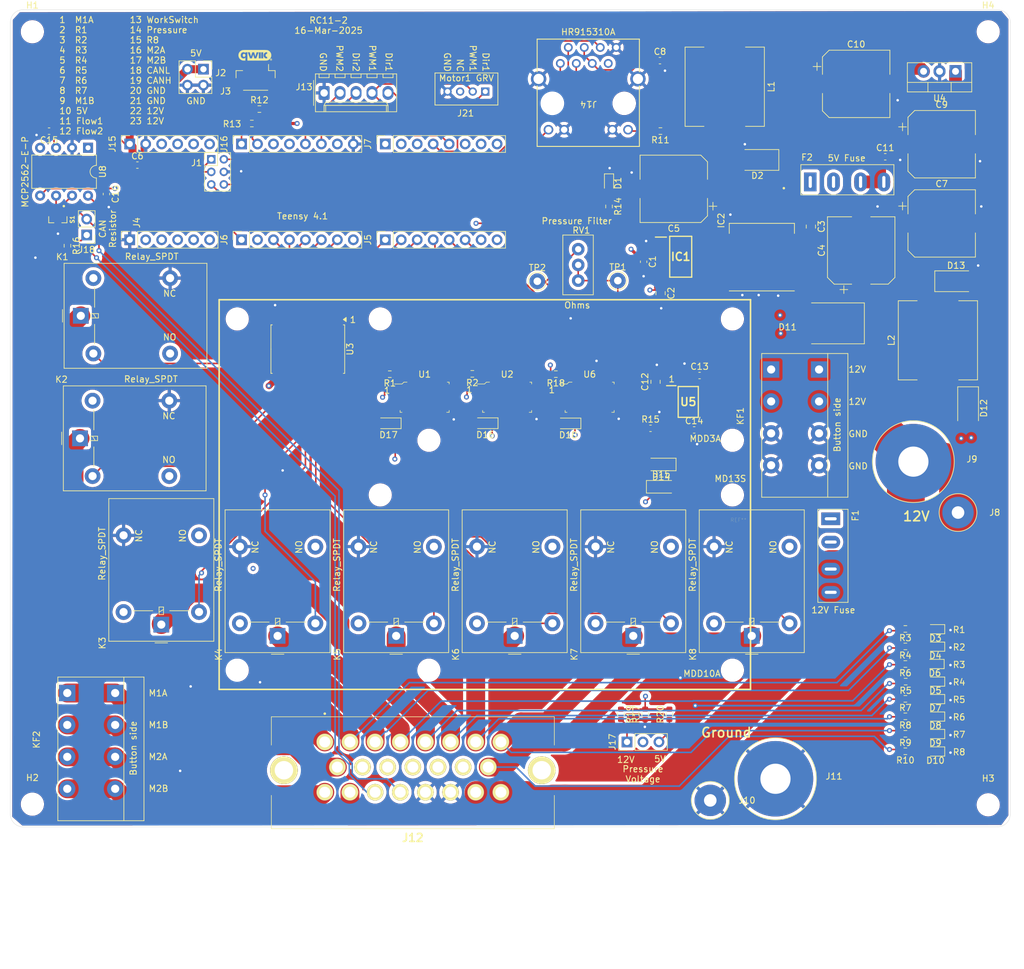
<source format=kicad_pcb>
(kicad_pcb (version 20241229) (generator "pcbnew") (generator_version "9.0")
  (title_block (title "RC11-2") (date "2024-12-12"))
  (layers (0 "F.Cu" signal) (4 "In1.Cu" signal) (6 "In2.Cu" signal) (2 "B.Cu" signal) (13 "F.Paste" user) (15 "B.Paste" user) (5 "F.SilkS" user "F.Silkscreen") (7 "B.SilkS" user "B.Silkscreen") (1 "F.Mask" user) (3 "B.Mask" user) (25 "Edge.Cuts" user))
  (net 0 "")
  (net 1 "GND")
  (net 2 "+12V")
  (net 3 "+5V")
  (net 4 "+3.3V")
  (net 5 "Net-(D11-K)")
  (net 6 "Net-(U4-VI)")
  (net 7 "Net-(U4-VO)")
  (net 8 "Net-(U5A-+)")
  (net 9 "Net-(D14-A)")
  (net 10 "Net-(D1-A)")
  (net 11 "Net-(IC2-Output)")
  (net 12 "Net-(D12-K)")
  (net 13 "Net-(D16-A)")
  (net 14 "R1")
  (net 15 "R2")
  (net 16 "R8")
  (net 17 "R7")
  (net 18 "R6")
  (net 19 "R5")
  (net 20 "R4")
  (net 21 "R3")
  (net 22 "FlowSensor2")
  (net 23 "FlowSensor1")
  (net 24 "Net-(D17-A)")
  (net 25 "WorkSwitch")
  (net 26 "Net-(D18-A)")
  (net 27 "RLY1")
  (net 28 "RLY2")
  (net 29 "RLY3")
  (net 30 "RLY4")
  (net 31 "RLY5")
  (net 32 "RLY6")
  (net 33 "RLY7")
  (net 34 "RLY8")
  (net 35 "+5VA")
  (net 37 "Net-(J1-Pin_3)")
  (net 38 "Net-(J1-Pin_5)")
  (net 39 "Net-(J1-Pin_6)")
  (net 40 "Net-(J1-Pin_2)")
  (net 41 "Net-(J1-Pin_1)")
  (net 42 "Net-(J16-Pin_1)")
  (net 43 "Net-(J16-Pin_2)")
  (net 46 "Net-(R1-Pad1)")
  (net 47 "Net-(R2-Pad1)")
  (net 49 "Net-(C8-Pad1)")
  (net 54 "Standby")
  (net 57 "FlowPin2")
  (net 58 "FlowPin1")
  (net 60 "PWM1Pin")
  (net 61 "12V_In")
  (net 63 "Dir1Pin")
  (net 69 "M1A")
  (net 70 "M2B")
  (net 71 "M2A")
  (net 73 "PressureSensor")
  (net 74 "M1B")
  (net 75 "PWM2Pin")
  (net 76 "Dir2Pin")
  (net 77 "CANL")
  (net 79 "CANH")
  (net 81 "PressurePin")
  (net 82 "WorkPin")
  (net 84 "Net-(J17-Pin_1)")
  (net 85 "Net-(J17-Pin_3)")
  (net 87 "Net-(U5A--)")
  (net 88 "Net-(R18-Pad1)")
  (net 89 "Net-(U5B--)")
  (net 90 "Net-(U3-O2)")
  (net 91 "Net-(U3-O4)")
  (net 92 "Net-(U3-O3)")
  (net 93 "Net-(U3-O7)")
  (net 94 "Net-(U3-O6)")
  (net 95 "Net-(U3-O8)")
  (net 96 "Net-(U3-O1)")
  (net 97 "Net-(U3-O5)")
  (net 100 "Net-(J14-LED-Pad12)")
  (net 101 "Net-(D3-A)")
  (net 102 "Net-(D4-A)")
  (net 103 "Net-(D5-A)")
  (net 104 "Net-(D6-A)")
  (net 105 "Net-(D7-A)")
  (net 106 "Net-(D8-A)")
  (net 107 "Net-(D9-A)")
  (net 108 "Net-(D10-A)")
  (net 109 "uC_CRX")
  (net 110 "uC_CTX")
  (net 111 "Net-(J18-Pin_1)")
  (footprint "MyFootprints:Qwic_vertical" (layer "F.Cu") (at 59 40.8 180)
    (property "Reference" "J3")
    (property "Value" "I2C-3V3")
  )
  (footprint "MyFootprints:ULN2803A" (layer "F.Cu") (at 67.3 84 -90)
    (property "Reference" "U3")
    (property "Value" "ULN2803A")
  )
  (footprint "Connector_PinSocket_2.54mm:PinSocket_1x08_P2.54mm_Vertical" (layer "F.Cu") (at 79.62 66.6 90)
    (property "Reference" "J5")
    (property "Value" "Conn_01x08_Female")
  )
  (footprint "Connector_PinSocket_2.54mm:PinSocket_1x08_P2.54mm_Vertical" (layer "F.Cu") (at 79.62 51.36 90)
    (property "Reference" "J7")
    (property "Value" "Conn_01x08_Female")
  )
  (footprint "Capacitor_SMD:C_0603_1608Metric" (layer "F.Cu") (at 40.1992 54.7128)
    (property "Reference" "C6")
    (property "Value" "0.1uF")
  )
  (footprint "Connector_PinSocket_2.54mm:PinSocket_1x06_P2.54mm_Vertical" (layer "F.Cu") (at 38.98 66.6 90)
    (property "Reference" "J4")
    (property "Value" "Conn_01x06_Female")
  )
  (footprint "Connector_PinSocket_2.54mm:PinSocket_1x08_P2.54mm_Vertical" (layer "F.Cu") (at 56.76 66.6 90)
    (property "Reference" "J6")
    (property "Value" "Conn_01x08_Female")
  )
  (footprint "Connector_PinSocket_2.54mm:PinSocket_1x06_P2.54mm_Vertical" (layer "F.Cu") (at 38.98 51.36 90)
    (property "Reference" "J15")
    (property "Value" "Conn_01x06_Female")
  )
  (footprint "Connector_PinSocket_2.54mm:PinSocket_1x08_P2.54mm_Vertical" (layer "F.Cu") (at 56.76 51.36 90)
    (property "Reference" "J16")
    (property "Value" "Conn_01x08_Female")
  )
  (footprint "MyFootprints:Grove" (layer "F.Cu") (at 92.5232 43.017 180)
    (property "Reference" "J21")
    (property "Value" "Motor1 GRV")
  )
  (footprint "Resistor_SMD:R_0603_1608Metric" (layer "F.Cu") (at 59.6 45.8)
    (property "Reference" "R12")
    (property "Value" "2.2K")
  )
  (footprint "Resistor_SMD:R_0603_1608Metric" (layer "F.Cu") (at 58.4 48.1)
    (property "Reference" "R13")
    (property "Value" "2.2K")
  )
  (footprint "Connector_Molex:Molex_KK-254_AE-6410-05A_1x05_P2.54mm_Vertical" (layer "F.Cu") (at 69.8918 43.237)
    (property "Reference" "J13")
    (property "Value" "Conn_01x05")
  )
  (footprint "MyFootprints:Songle_SRD-05VDC-SL-C" (layer "F.Cu") (at 43.9238 127.8783 90)
    (property "Reference" "K3")
    (property "Value" "Relay_SPDT")
  )
  (footprint "Capacitor_SMD:C_0603_1608Metric" (layer "F.Cu") (at 128.74 96.85)
    (property "Reference" "C14")
    (property "Value" "0.1uF")
  )
  (footprint "MyFootprints:Fuse_Holder_C492610" (layer "F.Cu") (at 145.7 54.65)
    (property "Reference" "F2")
    (property "Value" "C492610")
  )
  (footprint "RC11-2_Footprints:QwiicLogo" (layer "F.Cu") (at 58.9 37.2)
    (property "Reference" "G***" (hide yes))
    (property "Value" "LOGO" (hide yes))
  )
  (footprint "TestPoint:TestPoint_THTPad_D2.5mm_Drill1.2mm" (layer "F.Cu") (at 116.6 73.1)
    (property "Reference" "TP1")
    (property "Value" "Pressure Ohms1")
  )
  (footprint "digikey-footprints:SMD-4_4.6x7.62mm_P2.54mm" (layer "F.Cu") (at 99 91.65)
    (property "Reference" "U2")
    (property "Value" "PC817  C66405")
  )
  (footprint "MountingHole:MountingHole_3.2mm_M3" (layer "F.Cu") (at 175.5 156.5)
    (property "Reference" "H3")
    (property "Value" "MountingHole")
  )
  (footprint "MountingHole:MountingHole_3.2mm_M3" (layer "F.Cu") (at 175.5 33.5)
    (property "Reference" "H4")
    (property "Value" "MountingHole")
  )
  (footprint "Resistor_SMD:R_0603_1608Metric" (layer "F.Cu") (at 80.34 87.99 180)
    (property "Reference" "R1")
    (property "Value" "270")
  )
  (footprint "Connector_PinHeader_2.54mm:PinHeader_1x02_P2.54mm_Vertical" (layer "F.Cu") (at 32.14 65.845 180)
    (property "Reference" "J18")
    (property "Value" "Can Resistor")
  )
  (footprint "MyFootprints:D_SMC_larger_pads" (layer "F.Cu") (at 151 79.9 180)
    (property "Reference" "D11")
    (property "Value" "S10MC")
  )
  (footprint "Capacitor_SMD:CP_Elec_10x10.5" (layer "F.Cu") (at 154.5 41.8)
    (property "Reference" "C10")
    (property "Value" "470uF")
  )
  (footprint "MyFootprints:Potentiometer" (layer "F.Cu") (at 110.3 73.1)
    (property "Reference" "RV1")
    (property "Value" "27K")
  )
  (footprint "LED_SMD:LED_0603_1608Metric" (layer "F.Cu") (at 167.1 145.24 180)
    (property "Reference" "D9")
    (property "Value" "LED")
  )
  (footprint "Resistor_SMD:R_0603_1608Metric" (layer "F.Cu") (at 106.74 87.98 180)
    (property "Reference" "R18")
    (property "Value" "270")
  )
  (footprint "MyFootprints:1N5819" (layer "F.Cu") (at 80.13 95.8 180)
    (property "Reference" "D17")
    (property "Value" "1N5819  C191023")
  )
  (footprint "MountingHole:MountingHole_3.2mm_M3" (layer "F.Cu") (at 23.5 33.5)
    (property "Reference" "H1")
    (property "Value" "MountingHole")
  )
  (footprint "Resistor_SMD:R_0603_1608Metric" (layer "F.Cu") (at 115.2 61.3 -90)
    (property "Reference" "R14")
    (property "Value" "500")
  )
  (footprint "LED_SMD:LED_0603_1608Metric" (layer "F.Cu") (at 167.1 131.34 180)
    (property "Reference" "D4")
    (property "Value" "LED")
  )
  (footprint "MyFootprints:SOIC127P600X175-8N" (layer "F.Cu") (at 127.8 92.4)
    (property "Reference" "U5")
    (property "Value" "MCP6002-xP" (hide yes))
  )
  (footprint "Connector_PinHeader_2.54mm:PinHeader_1x03_P2.54mm_Vertical" (layer "F.Cu") (at 118.06 146.5 90)
    (property "Reference" "J17")
    (property "Value" "Pressure")
  )
  (footprint "Resistor_SMD:R_0603_1608Metric" (layer "F.Cu") (at 162.325 128.52 180)
    (property "Reference" "R3")
    (property "Value" "750")
  )
  (footprint "Capacitor_SMD:C_0603_1608Metric" (layer "F.Cu") (at 26.155 49.31 180)
    (property "Reference" "C15")
    (property "Value" "0.1uF")
  )
  (footprint "RC11-2_Footprints:MDD10A_Outline" (layer "F.Cu") (at 137.7 76.14 180)
    (property "Reference" "REF**")
    (property "Value" "MDD10A")
  )
  (footprint "Diode_SMD:D_SOD-123" (layer "F.Cu") (at 123.5 105.9)
    (property "Reference" "D15")
    (property "Value" "BAT42")
  )
  (footprint "Package_DIP:DIP-8_W7.62mm" (layer "F.Cu") (at 32.35 51.96 -90)
    (property "Reference" "U8")
    (property "Value" "MCP2562-E-P")
  )
  (footprint "MyFootprints:1N5819" (layer "F.Cu") (at 95.54 95.79 180)
    (property "Reference" "D16")
    (property "Value" "1N5819  C191023")
  )
  (footprint "Resistor_SMD:R_0603_1608Metric" (layer "F.Cu") (at 162.325 147.98 180)
    (property "Reference" "R10")
    (property "Value" "750")
  )
  (footprint "TestPoint:TestPoint_THTPad_D2.5mm_Drill1.2mm" (layer "F.Cu") (at 103.8 73.2)
    (property "Reference" "TP2")
    (property "Value" "Pressure Ohms2")
  )
  (footprint "MyFootprints:SMA(DO-214AC)" (layer "F.Cu") (at 170.4 73.2)
    (property "Reference" "D13")
    (property "Value" "SS36")
  )
  (footprint "Resistor_SMD:R_0603_1608Metric" (layer "F.Cu") (at 117.1 142.1 -90)
    (property "Reference" "R19")
    (property "Value" "5.2K")
  )
  (footprint "Diode_SMD:D_SOD-123" (layer "F.Cu") (at 123.5 102.35 180)
    (property "Reference" "D14")
    (property "Value" "BAT42")
  )
  (footprint "MyFootprints:SMA(DO-214AC)" (layer "F.Cu") (at 138.8 53.9 180)
    (property "Reference" "D2")
    (property "Value" "SS36")
  )
  (footprint "Capacitor_SMD:CP_Elec_10x10.5" (layer "F.Cu") (at 168.1 64)
    (property "Reference" "C7")
    (property "Value" "470uF")
  )
  (footprint "LED_SMD:LED_0603_1608Metric" (layer "F.Cu") (at 167.1 148.02 180)
    (property "Reference" "D10")
    (property "Value" "LED")
  )
  (footprint "MyFootprints:SOT230P700X180-4N" (layer "F.Cu") (at 126.6 69.3)
    (property "Reference" "IC1")
    (property "Value" "AZ1117" (hide yes))
  )
  (footprint "MyFootprints:PowerPin" (layer "F.Cu") (at 141.67 152.36)
    (property "Reference" "J11")
    (property "Value" "Ground")
  )
  (footprint "Resistor_SMD:R_0603_1608Metric" (layer "F.Cu") (at 162.325 139.64 180)
    (property "Reference" "R7")
    (property "Value" "750")
  )
  (footprint "Resistor_SMD:R_0603_1608Metric" (layer "F.Cu") (at 123.375 49.3 180)
    (property "Reference" "R11")
    (property "Value" "150")
  )
  (footprint "Resistor_SMD:R_0603_1608Metric" (layer "F.Cu") (at 162.375 136.9 180)
    (property "Reference" "R5")
    (property "Value" "750")
  )
  (footprint "LED_SMD:LED_0603_1608Metric" (layer "F.Cu") (at 167.1 142.46 180)
    (property "Reference" "D8")
    (property "Value" "LED")
  )
  (footprint "Capacitor_SMD:C_0603_1608Metric" (layer "F.Cu") (at 35.28 59.325 -90)
    (property "Reference" "C16")
    (property "Value" "0.1uF")
  )
  (footprint "Capacitor_SMD:C_0603_1608Metric" (layer "F.Cu") (at 159.125 53.4)
    (property "Reference" "C11")
    (property "Value" "0.1uF")
  )
  (footprint "MyFootprints:SMA(DO-214AC)" (layer "F.Cu") (at 172.3 93.4 -90)
    (property "Reference" "D12")
    (property "Value" "1N4007   C727081")
  )
  (footprint "MyFootprints:TMPA1265SP-101MN-D" (layer "F.Cu") (at 133.6 42.25 -90)
    (property "Reference" "L1")
    (property "Value" "SMDRI127-680MT")
  )
  (footprint "Capacitor_SMD:CP_Elec_10x10.5" (layer "F.Cu") (at 168.1 51.4)
    (property "Reference" "C9")
    (property "Value" "470uF")
  )
  (footprint "LED_SMD:LED_0603_1608Metric" (layer "F.Cu") (at 167.1 136.9 180)
    (property "Reference" "D5")
    (property "Value" "LED")
  )
  (footprint "MyFootprints:PowerPinSmall" (layer "F.Cu") (at 170.7 110)
    (property "Reference" "J8")
    (property "Value" "12V")
  )
  (footprint "Connector_PinSocket_2.54mm:PinSocket_2x02_P2.54mm_Vertical" (layer "F.Cu") (at 50.7 39.46)
    (property "Reference" "J2")
    (property "Value" "Conn_02x02_Counter_Clockwise")
  )
  (footprint "MountingHole:MountingHole_3.2mm_M3" (layer "F.Cu") (at 23.5 156.4)
    (property "Reference" "H2")
    (property "Value" "MountingHole")
  )
  (footprint "Package_TO_SOT_THT:TO-220-3_Vertical" (layer "F.Cu") (at 170.3 39.8 180)
    (property "Reference" "U4")
    (property "Value" "LM7805_TO220")
  )
  (footprint "Resistor_SMD:R_0603_1608Metric" (layer "F.Cu") (at 124.8 142.1 90)
    (property "Reference" "R20")
    (property "Value" "1K")
  )
  (footprint "MyFootprints:Songle_SRD-05VDC-SL-C" (layer "F.Cu") (at 137.8238 129.6783 90)
    (property "Reference" "K8")
    (property "Value" "Relay_SPDT")
  )
  (footprint "Capacitor_SMD:C_0603_1608Metric" (layer "F.Cu") (at 121.8 96.6)
    (property "Reference" "R15")
    (property "Value" "470")
  )
  (footprint "Capacitor_SMD:C_0805_2012Metric" (layer "F.Cu") (at 123.4 75.1 -90)
    (property "Reference" "C2")
    (property "Value" "10uF")
  )
  (footprint "MyFootprints:TO263-5L" (layer "F.Cu") (at 139.5 66.69325 -90)
    (property "Reference" "IC2")
    (property "Value" "XL2596")
  )
  (footprint "Capacitor_SMD:C_0603_1608Metric" (layer "F.Cu") (at 120.7 70.1 -90)
    (property "Reference" "C1")
    (property "Value" "22uF")
  )
  (footprint "Connector_PinHeader_2.00mm:PinHeader_2x03_P2.00mm_Vertical" (layer "F.Cu") (at 51.95 53.7984)
    (property "Reference" "J1")
    (property "Value" "Teensy_Ethernet")
  )
  (footprint "LED_SMD:LED_0603_1608Metric" (layer "F.Cu") (at 167.0125 134.1 180)
    (property "Reference" "D6")
    (property "Value" "LED")
  )
  (footprint "Resistor_SMD:R_0603_1608Metric" (layer "F.Cu") (at 29.08 67.55 -90)
    (property "Reference" "R16")
    (property "Value" "120")
  )
  (footprint "Resistor_SMD:R_0603_1608Metric" (layer "F.Cu") (at 162.325 142.42 180)
    (property "Reference" "R8")
    (property "Value" "750")
  )
  (footprint "MyFootprints:Songle_SRD-05VDC-SL-C" (layer "F.Cu") (at 62.4238 129.6783 90)
    (property "Reference" "K4")
    (property "Value" "Relay_SPDT")
  )
  (footprint "Resistor_SMD:R_0603_1608Metric" (layer "F.Cu") (at 162.325 131.3 180)
    (property "Reference" "R4")
    (property "Value" "750")
  )
  (footprint "LED_SMD:LED_0603_1608Metric" (layer "F.Cu") (at 167.1 128.56 180)
    (property "Reference" "D3")
    (property "Value" "LED")
  )
  (footprint "MyFootprints:KF142V-5.08-4P" (layer "F.Cu") (at 139.48 107.56 90)
    (property "Reference" "KF1")
    (property "Value" "KF142V-5.0-4P")
  )
  (footprint "PESD1CAN_215:DIO_PESD1CAN_215" (layer "F.Cu") (at 27.55 63.245 -90)
    (property "Reference" "S1")
    (property "Value" "PESD1CAN_215  C15771")
  )
  (footprint "Resistor_SMD:R_0603_1608Metric" (layer "F.Cu") (at 120.95 142.1 90)
    (property "Reference" "R17")
    (property "Value" "2K")
  )
  (footprint "LED_SMD:LED_0603_1608Metric" (layer "F.Cu") (at 115.2 57.6 -90)
    (property "Reference" "D1")
    (property "Value" "LED")
  )
  (footprint "MyFootprints:PowerPin" (layer "F.Cu") (at 163.6 101.9)
    (property "Reference" "J9")
    (property "Value" "12V")
  )
  (footprint "Resistor_SMD:R_0603_1608Metric" (layer "F.Cu") (at 93.46 87.93 180)
    (property "Reference" "R2")
    (property "Value" "270")
  )
  (footprint "MyFootprints:TMPA1265SP-101MN-D" (layer "F.Cu") (at 167.5 82.6 90)
    (property "Reference" "L2")
    (property "Value" "SMDRI127-680MT")
  )
  (footprint "Capacitor_SMD:CP_Elec_10x10.5" (layer "F.Cu") (at 155.3 68.3 90)
    (property "Reference" "C4")
    (property "Value" "470uF")
  )
  (footprint "MyFootprints:7760871" (layer "F.Cu") (at 70 146.5)
    (property "Reference" "J12")
    (property "Value" "776087-1-776087-1" (hide yes))
  )
  (footprint "Capacitor_SMD:CP_Elec_10x10.5" (layer "F.Cu") (at 125.5 58.5 180)
    (property "Reference" "C5")
    (property "Value" "330uF")
  )
  (footprint "digikey-footprints:SMD-4_4.6x7.62mm_P2.54mm" (layer "F.Cu") (at 85.88 91.65)
    (property "Reference" "U1")
    (property "Value" "PC817  C66405")
  )
  (footprint "MyFootprints:Songle_SRD-05VDC-SL-C" (layer "F.Cu") (at 31.0217 98.1238)
    (property "Reference" "K2")
    (property "Value" "Relay_SPDT")
  )
  (footprint "MyFootprints:CONN8_HR91531_HAN" (layer "F.Cu") (at 107.454999 38.54 180)
    (property "Reference" "J14")
    (property "Value" "HR915310A")
  )
  (footprint "Resistor_SMD:R_0603_1608Metric" (layer "F.Cu") (at 162.325 145.2 180)
    (property "Reference" "R9")
    (property "Value" "750")
  )
  (footprint "Capacitor_SMD:C_0805_2012Metric" (layer "F.Cu") (at 122.6 89.2 90)
    (property "Reference" "C12")
    (property "Value" "1uF")
  )
  (footprint "MyFootprints:Songle_SRD-05VDC-SL-C" (layer "F.Cu") (at 81.2738 129.6783 90)
    (property "Reference" "K5")
    (property "Value" "Relay_SPDT")
  )
  (footprint "MyFootprints:Songle_SRD-05VDC-SL-C" (layer "F.Cu") (at 100.1238 129.6783 90)
    (property "Reference" "K6")
    (property "Value" "Relay_SPDT")
  )
  (footprint "MyFootprints:Songle_SRD-05VDC-SL-C" (layer "F.Cu") (at 31.1492 78.6238)
    (property "Reference" "K1")
    (property "Value" "Relay_SPDT")
  )
  (footprint "MyFootprints:Songle_SRD-05VDC-SL-C" (layer "F.Cu") (at 118.9738 129.6783 90)
    (property "Reference" "K7")
    (property "Value" "Relay_SPDT")
  )
  (footprint "Capacitor_SMD:C_0603_1608Metric" (layer "F.Cu") (at 129.6 88.2)
    (property "Reference" "C13")
    (property "Value" "0.1uF")
  )
  (footprint "MyFootprints:1N5819" (layer "F.Cu") (at 108.71 95.82 180)
    (property "Reference" "D18")
    (property "Value" "1N5819  C191023")
  )
  (footprint "MyFootprints:KF142V-5.08-4P" (layer "F.Cu") (at 27.545 159.035 90)
    (property "Reference" "KF2")
    (property "Value" "KF142V-5.0-4P")
  )
  (footprint "MyFootprints:Fuse_Holder_C492610" (layer "F.Cu") (at 153.205 109.495 -90)
    (property "Reference" "F1")
    (property "Value" "C492610")
  )
  (footprint "digikey-footprints:SMD-4_4.6x7.62mm_P2.54mm" (layer "F.Cu") (at 112.12 91.65)
    (property "Reference" "U6")
    (property "Value" "PC817  C66405")
  )
  (footprint "Capacitor_SMD:C_0603_1608Metric" (layer "F.Cu") (at 123.3 38.1)
    (property "Reference" "C8")
    (property "Value" "0.1uF")
  )
  (footprint "LED_SMD:LED_0603_1608Metric" (layer "F.Cu") (at 167.1 139.68 180)
    (property "Reference" "D7")
    (property "Value" "LED")
  )
  (footprint "Capacitor_SMD:C_0805_2012Metric" (layer "F.Cu") (at 147.3 64.5 -90)
    (property "Reference" "C3")
    (property "Value" "1uF")
  )
  (footprint "MyFootprints:PowerPinSmall" (layer "F.Cu") (at 131.3 155.8)
    (property "Reference" "J10")
    (property "Value" "Ground")
  )
  (footprint "Resistor_SMD:R_0603_1608Metric" (layer "F.Cu") (at 162.325 134.1 180)
    (property "Reference" "R6")
    (property "Value" "750")
  )
  (gr_line (start 20 32) (end 20 158) (stroke (width 0.05)) (layer "Edge.Cuts"))
  (gr_line (start 22 160) (end 177 160) (stroke (width 0.05)) (layer "Edge.Cuts"))
  (gr_line (start 179 32) (end 179 158) (stroke (width 0.05)) (layer "Edge.Cuts"))
  (gr_arc (start 179 158) (mid 178.414214 159.414214) (end 177 160) (stroke (width 0.05)) (layer "Edge.Cuts"))
  (gr_arc (start 22 160) (mid 20.585786 159.414214) (end 20 158) (stroke (width 0.05)) (layer "Edge.Cuts"))
  (gr_arc (start 20 32) (mid 20.585786 30.585786) (end 22 30) (stroke (width 0.05)) (layer "Edge.Cuts"))
  (gr_line (start 22 30) (end 177 30) (stroke (width 0.05)) (layer "Edge.Cuts"))
  (gr_arc (start 177 30) (mid 178.414214 30.585786) (end 179 32) (stroke (width 0.05)) (layer "Edge.Cuts"))
  (gr_text "Dir1\n" (at 95.5966 38.328247 270) (layer "F.SilkS") (effects (font (size 1 1))))
  (gr_text "PWM1" (at 93.556132 37.733009 270) (layer "F.SilkS") (effects (font (size 1 1))))
  (gr_text "Dir1\n" (at 80.1788 38.328247 270) (layer "F.SilkS") (effects (font (size 1 1))))
  (gr_text "Ohms" (at 108 77.6 0) (layer "F.SilkS") (effects (font (size 1 1)) (justify left bottom)))
  (gr_text "PWM2" (at 72.34925 37.733009 270) (layer "F.SilkS") (effects (font (size 1 1))))
  (gr_text "CAN\nResistor" (at 36.87 64.86 90) (layer "F.SilkS") (effects (font (size 1 1)) (justify bottom)))
  (gr_text "R5" (at 169.8 140.36 0) (layer "F.SilkS") (effects (font (size 1 1)) (justify left bottom)))
  (gr_text "R7" (at 169.8 145.92 0) (layer "F.SilkS") (effects (font (size 1 1)) (justify left bottom)))
  (gr_text "5V" (at 48.5 37.5 0) (layer "F.SilkS") (effects (font (size 1 1)) (justify left bottom)))
  (gr_text "M2B" (at 43.558029 153.9166 0) (layer "F.SilkS") (effects (font (size 1 1))))
  (gr_text "R2" (at 169.8 132.02 0) (layer "F.SilkS") (effects (font (size 1 1)) (justify left bottom)))
  (gr_text "1" (at 73.9 79.91 0) (layer "F.SilkS") (effects (font (size 1 1)) (justify left bottom)))
  (gr_text "GND" (at 47.9 45.1 0) (layer "F.SilkS") (effects (font (size 1 1)) (justify left bottom)))
  (gr_text "R1" (at 169.8 129.24 0) (layer "F.SilkS") (effects (font (size 1 1)) (justify left bottom)))
  (gr_text "Dir2" (at 74.9591 38.328247 270) (layer "F.SilkS") (effects (font (size 1 1))))
  (gr_text "GND" (at 69.7394 38.328247 270) (layer "F.SilkS") (effects (font (size 1 1))))
  (gr_text "R3" (at 169.8 134.8 0) (layer "F.SilkS") (effects (font (size 1 1)) (justify left bottom)))
  (gr_text "1" (at 79.33 91.15 0) (layer "F.SilkS") (effects (font (size 1 1)) (justify left bottom)))
  (gr_text "GND" (at 153.2 103.2 0) (layer "F.SilkS") (effects (font (size 1 1)) (justify left bottom)))
  (gr_text "12V Fuse" (at 147.3 126.1 0) (layer "F.SilkS") (effects (font (size 1 1)) (justify left bottom)))
  (gr_text "12V" (at 153.2 92.933333 0) (layer "F.SilkS") (effects (font (size 1 1)) (justify left bottom)))
  (gr_text "GND" (at 89.4752 38.328247 270) (layer "F.SilkS") (effects (font (size 1 1))))
  (gr_text "M2A" (at 43.4866 148.853532 0) (layer "F.SilkS") (effects (font (size 1 1))))
  (gr_text "1" (at 124.59 89.35 0) (layer "F.SilkS") (effects (font (size 1 1)) (justify left bottom)))
  (gr_text "13 WorkSwitch\n14 Pressure\n15 R8\n16 M2A\n17 M2B\n18 CANL\n19 CANH\n20 GND\n21 GND\n22 12V\n23 12V" (at 38.9 48.290056 0) (layer "F.SilkS") (effects (font (size 1 1)) (justify left bottom)))
  (gr_text "M1B" (at 43.558029 143.790466 0) (layer "F.SilkS") (effects (font (size 1 1))))
  (gr_text "R8" (at 169.8 148.7 0) (layer "F.SilkS") (effects (font (size 1 1)) (justify left bottom)))
  (gr_text "GND" (at 153.2 98.066666 0) (layer "F.SilkS") (effects (font (size 1 1)) (justify left bottom)))
  (gr_text "5V Fuse" (at 149.9 54.2 0) (layer "F.SilkS") (effects (font (size 1 1)) (justify left bottom)))
  (gr_text "MCP2562-E-P" (at 22.93 61.56 90) (layer "F.SilkS") (effects (font (size 1 1)) (justify left bottom)))
  (gr_text "RC11-2\n16-Mar-2025" (at 70.6 32.5 0) (layer "F.SilkS") (effects (font (size 1 1))))
  (gr_text "12V" (at 153.2 87.8 0) (layer "F.SilkS") (effects (font (size 1 1)) (justify left bottom)))
  (gr_text "12V" (at 116.4 149.9 0) (layer "F.SilkS") (effects (font (size 1 1)) (justify left bottom)))
  (gr_text "R6" (at 169.8 143.14 0) (layer "F.SilkS") (effects (font (size 1 1)) (justify left bottom)))
  (gr_text "1  M1A\n2  R1\n3  R2\n4  R3\n5  R4\n6  R5\n7  R6\n8  R7\n9  M1B\n10 5V\n11 Flow1\n12 Flow2" (at 27.7 49.9 0) (layer "F.SilkS") (effects (font (size 1 1)) (justify left bottom)))
  (gr_text "M1A" (at 43.4866 138.7274 0) (layer "F.SilkS") (effects (font (size 1 1))))
  (gr_text "1" (at 92.42 91.03 0) (layer "F.SilkS") (effects (font (size 1 1)) (justify left bottom)))
  (gr_text "Ground" (at 129.7 145.9 0) (layer "F.SilkS") (effects (font (size 1.524 1.524) (thickness 0.254) (bold yes)) (justify left bottom)))
  (gr_text "Pressure\nVoltage" (at 120.6 153 0) (layer "F.SilkS") (effects (font (size 1 1)) (justify bottom)))
  (gr_text "NC" (at 91.515666 38.828247 270) (layer "F.SilkS") (effects (font (size 1 1))))
  (gr_text "Pressure Filter" (at 104.4 64.2 0) (layer "F.SilkS") (effects (font (size 1 1)) (justify left bottom)))
  (gr_text "PWM1" (at 77.56895 37.733009 270) (layer "F.SilkS") (effects (font (size 1 1))))
  (gr_text "R4" (at 169.8 137.58 0) (layer "F.SilkS") (effects (font (size 1 1)) (justify left bottom)))
  (gr_text "12V" (at 161.8 111.5 0) (layer "F.SilkS") (effects (font (size 1.524 1.524) (thickness 0.254) (bold yes)) (justify left bottom)))
  (gr_text "1" (at 105.53 91.09 0) (layer "F.SilkS") (effects (font (size 1 1)) (justify left bottom)))
  (gr_text "5V" (at 122.3 149.8 0) (layer "F.SilkS") (effects (font (size 1 1)) (justify left bottom)))
  (gr_text "Teensy 4.1" (at 66.4628 62.8408 0) (layer "F.SilkS") (effects (font (size 1 1))))
  (segment (start 116.62 92.92) (end 116.62 94.97) (width 0.254) (layer "F.Cu") (net 1))
  (segment (start 142.1 75.5) (end 142.1 72.79325) (width 2.032) (layer "F.Cu") (net 1))
  (segment (start 139 70.69325) (end 139.5 70.19325) (width 2.032) (layer "F.Cu") (net 1))
  (segment (start 118.8 56) (end 121.3 58.5) (width 2.032) (layer "F.Cu") (net 1))
  (segment (start 167.8875 131.34) (end 169.354286 131.34) (width 0.254) (layer "F.Cu") (net 1))
  (segment (start 90.38 95.05) (end 90.51 95.18) (width 0.254) (layer "F.Cu") (net 1))
  (segment (start 167.8875 145.24) (end 169.325716 145.24) (width 0.254) (layer "F.Cu") (net 1))
  (segment (start 127.2 86.575) (end 128.825 88.2) (width 0.254) (layer "F.Cu") (net 1))
  (segment (start 24.78 49.31) (end 24.16 49.93) (width 0.254) (layer "F.Cu") (net 1))
  (segment (start 167.8875 134.12) (end 169.348572 134.12) (width 0.254) (layer "F.Cu") (net 1))
  (segment (start 167.8875 148.02) (end 169.32 148.02) (width 0.254) (layer "F.Cu") (net 1))
  (segment (start 115.3 56.7125) (end 115.2 56.8125) (width 0.254) (layer "F.Cu") (net 1))
  (segment (start 129.515 96.85) (end 129.515 98.806156) (width 0.254) (layer "F.Cu") (net 1))
  (segment (start 134.77625 62.87625) (end 138.72375 62.87625) (width 1.016) (layer "F.Cu") (net 1))
  (segment (start 124.795 94) (end 125.1 94.305) (width 0.254) (layer "F.Cu") (net 1))
  (segment (start 122.8 86.5) (end 122.8 88.05) (width 0.254) (layer "F.Cu") (net 1))
  (segment (start 127.2 86.3) (end 127.2 86.575) (width 0.254) (layer "F.Cu") (net 1))
  (segment (start 120.95 144.05) (end 120.9 144.1) (width 0.254) (layer "F.Cu") (net 1))
  (segment (start 40.9742 54.7128) (end 40.9742 51.9058) (width 0.508) (layer "F.Cu") (net 1))
  (segment (start 169.354286 131.34) (end 169.5 131.485714) (width 0.254) (layer "F.Cu") (net 1))
  (segment (start 169.325716 145.24) (end 169.5 145.414284) (width 0.254) (layer "F.Cu") (net 1))
  (segment (start 172.3 52.2) (end 174.2 54.1) (width 2.032) (layer "F.Cu") (net 1))
  (segment (start 56.6016 55.7984) (end 56.7 55.7) (width 0.254) (layer "F.Cu") (net 1))
  (segment (start 123.4 76.05) (end 123.4 77.4) (width 1.016) (layer "F.Cu") (net 1))
  (segment (start 120.7 72.4) (end 120.7 71.441) (width 2.032) (layer "F.Cu") (net 1))
  (segment (start 160.8 43.9) (end 161.1 43.9) (width 2.032) (layer "F.Cu") (net 1))
  (segment (start 138.72375 62.87625) (end 139.5 62.1) (width 1.016) (layer "F.Cu") (net 1))
  (segment (start 103.5 92.92) (end 103.5 94.96) (width 0.254) (layer "F.Cu") (net 1))
  (segment (start 53.95 55.7984) (end 56.6016 55.7984) (width 0.254) (layer "F.Cu") (net 1))
  (segment (start 62.1 79.105) (end 62.22 79.225) (width 1.016) (layer "F.Cu") (net 1))
  (segment (start 136.4 75.4) (end 136.4 73.29325) (width 2.032) (layer "F.Cu") (net 1))
  (segment (start 172.4 73.2) (end 172.4 72.2) (width 2.032) (layer "F.Cu") (net 1))
  (segment (start 172.3 63.4) (end 174.4 61.3) (width 2.032) (layer "F.Cu") (net 1))
  (segment (start 136.4 73.29325) (end 139.5 70.19325) (width 2.032) (layer "F.Cu") (net 1))
  (segment (start 169.348572 134.12) (end 169.5 134.271428) (width 0.254) (layer "F.Cu") (net 1))
  (segment (start 35.65 60.47) (end 35.28 60.1) (width 0.254) (layer "F.Cu") (net 1))
  (segment (start 167.8875 139.68) (end 169.337144 139.68) (width 0.254) (layer "F.Cu") (net 1))
  (segment (start 116.62 94.97) (end 116.74 95.09) (width 0.254) (layer "F.Cu") (net 1))
  (segment (start 120.95 142.925) (end 120.95 144.05) (width 0.254) (layer "F.Cu") (net 1))
  (segment (start 167.8875 136.9) (end 168.1645 137.177) (width 0.254) (layer "F.Cu") (net 1))
  (segment (start 168.1645 137.177) (end 169.496371 137.177) (width 0.254) (layer "F.Cu") (net 1))
  (segment (start 122.8 88.05) (end 122.6 88.25) (width 0.254) (layer "F.Cu") (net 1))
  (segment (start 158.7 41.8) (end 160.8 43.9) (width 2.032) (layer "F.Cu") (net 1))
  (segment (start 123.25 66.8) (end 123.45 67) (width 2.032) (layer "F.Cu") (net 1))
  (segment (start 158 60.7) (end 158 61.4) (width 2.032) (layer "F.Cu") (net 1))
  (segment (start 172.4 72.2) (end 173.9 70.7) (width 2.032) (layer "F.Cu") (net 1))
  (segment (start 121.1 66.8) (end 123.25 66.8) (width 2.032) (layer "F.Cu") (net 1))
  (segment (start 160.466 53.9) (end 160.466 53.4) (width 2.032) (layer "F.Cu") (net 1))
  (segment (start 35.65 61.4) (end 35.65 60.47) (width 0.254) (layer "F.Cu") (net 1))
  (segment (start 123.2 94) (end 124.795 94) (width 0.254) (layer "F.Cu") (net 1))
  (segment (start 115.3 55.2) (end 115.3 56.7125) (width 0.254) (layer "F.Cu") (net 1))
  (segment (start 169.33143 142.46) (end 169.5 142.62857) (width 0.254) (layer "F.Cu") (net 1))
  (segment (start 27.55 65.615) (end 27.57 65.635) (width 0.254) (layer "F.Cu") (net 1))
  (segment (start 139.5 62.1) (end 139.5 60.56325) (width 1.016) (layer "F.Cu") (net 1))
  (segment (start 142.1 72.79325) (end 139.5 70.19325) (width 2.032) (layer "F.Cu") (net 1))
  (segment (start 155.3 64.1) (end 158 61.4) (width 2.032) (layer "F.Cu") (net 1))
  (segment (start 27.55 64.245) (end 27.55 65.615) (width 0.254) (layer "F.Cu") (net 1))
  (segment (start 40.9742 51.9058) (end 41.52 51.36) (width 0.508) (layer "F.Cu") (net 1))
  (segment (start 172.3 64) (end 172.3 63.4) (width 2.032) (layer "F.Cu") (net 1))
  (segment (start 124.075 38.1) (end 124.075 39.675) (width 0.254) (layer "F.Cu") (net 1))
  (segment (start 129.515 98.806156) (end 129.205578 99.115578) (width 0.254) (layer "F.Cu") (net 1))
  (segment (start 169.32 148.02) (end 169.5 148.2) (width 0.254) (layer "F.Cu") (net 1))
  (segment (start 167.8875 142.46) (end 169.33143 142.46) (width 0.254) (layer "F.Cu") (net 1))
  (segment (start 134.5 62.6) (end 134.77625 62.87625) (width 1.016) (layer "F.Cu") (net 1))
  (segment (start 172.3 51.4) (end 172.3 52.2) (width 2.032) (layer "F.Cu") (net 1))
  (segment (start 169.36 128.56) (end 169.5 128.7) (width 0.254) (layer "F.Cu") (net 1))
  (segment (start 167.8875 128.56) (end 169.36 128.56) (width 0.254) (layer "F.Cu") (net 1))
  (segment (start 124.075 39.675) (end 124.1 39.7) (width 0.254) (layer "F.Cu") (net 1))
  (segment (start 136.8 51.4) (end 136.8 53.9) (width 1.016) (layer "F.Cu") (net 1))
  (segment (start 139 75.4) (end 139 70.69325) (width 2.032) (layer "F.Cu") (net 1))
  (segment (start 161.1 43.9) (end 161.1 44.4) (width 2.032) (layer "F.Cu") (net 1))
  (segment (start 118.8 55.9) (end 118.8 56) (width 2.032) (layer "F.Cu") (net 1))
  (segment (start 103.5 94.96) (end 103.67 95.13) (width 0.254) (layer "F.Cu") (net 1))
  (segment (start 161.5 53.9) (end 160.466 53.9) (width 2.032) (layer "F.Cu") (net 1))
  (segment (start 123.4 77.4) (end 123.5 77.5) (width 1.016) (layer "F.Cu") (net 1))
  (segment (start 62.1 77) (end 62.1 79.105) (width 1.016) (layer "F.Cu") (net 1))
  (segment (start 169.496371 137.177) (end 169.496926 137.176445) (width 0.254) (layer "F.Cu") (net 1))
  (segment (start 90.38 92.92) (end 90.38 95.05) (width 0.254) (layer "F.Cu") (net 1))
  (segment (start 25.38 49.31) (end 24.78 49.31) (width 0.254) (layer "F.Cu") (net 1))
  (segment (start 169.337144 139.68) (end 169.5 139.842856) (width 0.254) (layer "F.Cu") (net 1))
  (via (at 90.51 95.18) (size 0.8) (drill 0.4) (layers "F.Cu" "B.Cu") (net 1))
  (via (at 136.8 51.4) (size 0.8) (drill 0.4) (layers "F.Cu" "B.Cu") (net 1))
  (via (at 169.5 134.271428) (size 0.8) (drill 0.4) (layers "F.Cu" "B.Cu") (net 1))
  (via (at 47 151.1) (size 0.8) (drill 0.4) (layers "F.Cu" "B.Cu") (net 1))
  (via (at 161.5 53.9) (size 0.8) (drill 0.4) (layers "F.Cu" "B.Cu") (net 1))
  (via (at 173.9 70.7) (size 0.8) (drill 0.4) (layers "F.Cu" "B.Cu") (net 1))
  (via (at 23.98 69.45) (size 0.8) (drill 0.4) (layers "F.Cu" "B.Cu") (net 1))
  (via (at 129.205578 99.115578) (size 0.8) (drill 0.4) (layers "F.Cu" "B.Cu") (net 1))
  (via (at 169.5 142.62857) (size 0.8) (drill 0.4) (layers "F.Cu" "B.Cu") (net 1))
  (via (at 139 75.4) (size 0.8) (drill 0.4) (layers "F.Cu" "B.Cu") (net 1))
  (via (at 169.5 148.2) (size 0.8) (drill 0.4) (layers "F.Cu" "B.Cu") (net 1))
  (via (at 128.917928 140.723) (size 0.8) (drill 0.4) (layers "F.Cu" "B.Cu") (net 1))
  (via (at 62.1 77) (size 0.8) (drill 0.4) (layers "F.Cu" "B.Cu") (net 1))
  (via (at 63.3 103.3) (size 0.8) (drill 0.4) (layers "F.Cu" "B.Cu") (net 1))
  (via (at 161.1 44.4) (size 0.8) (drill 0.4) (layers "F.Cu" "B.Cu") (net 1))
  (via (at 142.1 75.5) (size 0.8) (drill 0.4) (layers "F.Cu" "B.Cu") (net 1))
  (via (at 59.7 137) (size 0.8) (drill 0.4) (layers "F.Cu" "B.Cu") (net 1))
  (via (at 169.5 131.485714) (size 0.8) (drill 0.4) (layers "F.Cu" "B.Cu") (net 1))
  (via (at 127.2 86.3) (size 0.8) (drill 0.4) (layers "F.Cu" "B.Cu") (net 1))
  (via (at 157.9 61.3) (size 0.8) (drill 0.4) (layers "F.Cu" "B.Cu") (net 1))
  (via (at 169.5 139.842856) (size 0.8) (drill 0.4) (layers "F.Cu" "B.Cu") (net 1))
  (via (at 27.57 65.635) (size 0.8) (drill 0.4) (layers "F.Cu" "B.Cu") (net 1))
  (via (at 35.65 61.4) (size 0.8) (drill 0.4) (layers "F.Cu" "B.Cu") (net 1))
  (via (at 115.3 55.2) (size 0.8) (drill 0.4) (layers "F.Cu" "B.Cu") (net 1))
  (via (at 123.2 94) (size 0.8) (drill 0.4) (layers "F.Cu" "B.Cu") (net 1))
  (via (at 120.9 144.1) (size 0.8) (drill 0.4) (layers "F.Cu" "B.Cu") (net 1))
  (via (at 136.4 75.4) (size 0.8) (drill 0.4) (layers "F.Cu" "B.Cu") (net 1))
  (via (at 103.67 95.13) (size 0.8) (drill 0.4) (layers "F.Cu" "B.Cu") (net 1))
  (via (at 174.4 61.3) (size 0.8) (drill 0.4) (layers "F.Cu" "B.Cu") (net 1))
  (via (at 134.5 62.6) (size 0.8) (drill 0.4) (layers "F.Cu" "B.Cu") (net 1))
  (via (at 56.7 55.7) (size 0.8) (drill 0.4) (layers "F.Cu" "B.Cu") (net 1))
  (via (at 169.496926 137.176445) (size 0.8) (drill 0.4) (layers "F.Cu" "B.Cu") (net 1))
  (via (at 122.8 86.5) (size 0.8) (drill 0.4) (layers "F.Cu" "B.Cu") (net 1))
  (via (at 169.5 145.414284) (size 0.8) (drill 0.4) (layers "F.Cu" "B.Cu") (net 1))
  (via (at 174.2 54.1) (size 0.8) (drill 0.4) (layers "F.Cu" "B.Cu") (net 1))
  (via (at 121.1 66.8) (size 0.8) (drill 0.4) (layers "F.Cu" "B.Cu") (net 1))
  (via (at 116.74 95.09) (size 0.8) (drill 0.4) (layers "F.Cu" "B.Cu") (net 1))
  (via (at 113.21 85.87) (size 0.8) (drill 0.4) (layers "F.Cu" "B.Cu") (net 1))
  (via (at 169.5 128.7) (size 0.8) (drill 0.4) (layers "F.Cu" "B.Cu") (net 1))
  (via (at 123.5 77.5) (size 0.8) (drill 0.4) (layers "F.Cu" "B.Cu") (net 1))
  (via (at 124.1 39.7) (size 0.8) (drill 0.4) (layers "F.Cu" "B.Cu") (net 1))
  (via (at 118.8 55.9) (size 0.8) (drill 0.4) (layers "F.Cu" "B.Cu") (net 1))
  (via (at 24.16 49.93) (size 0.8) (drill 0.4) (layers "F.Cu" "B.Cu") (net 1))
  (via (at 48.67028 137.665) (size 0.8) (drill 0.4) (layers "F.Cu" "B.Cu") (net 1))
  (via (at 126.549422 136.28) (size 0.8) (drill 0.4) (layers "F.Cu" "B.Cu") (net 1))
  (via (at 120.7 72.4) (size 0.8) (drill 0.4) (layers "F.Cu" "B.Cu") (net 1))
  (via (at 109.1 79.1) (size 0.8) (drill 0.4) (layers "F.Cu" "B.Cu") (net 1))
  (segment (start 62.22 88.775) (end 61.15079 89.84421) (width 1.016) (layer "F.Cu") (net 2))
  (segment (start 172.3 95.4) (end 172.3 97.600004) (width 2.032) (layer "F.Cu") (net 2))
  (segment (start 142.4 78.6) (end 145.6 78.6) (width 2.032) (layer "F.Cu") (net 2))
  (segment (start 145.6 78.6) (end 146.9 79.9) (width 2.032) (layer "F.Cu") (net 2))
  (segment (start 172.3 97.1) (end 171.2 98.2) (width 2.032) (layer "F.Cu") (net 2))
  (segment (start 172.3 95.4) (end 172.3 97.1) (width 2.032) (layer "F.Cu") (net 2))
  (segment (start 142.5 81.5) (end 145.3 81.5) (width 2.032) (layer "F.Cu") (net 2))
  (segment (start 145.3 81.5) (end 146.9 79.9) (width 2.032) (layer "F.Cu") (net 2))
  (segment (start 61.15079 89.84421) (end 61.09579 89.84421) (width 1.016) (layer "F.Cu") (net 2))
  (segment (start 172.3 97.600004) (end 172.8 98.100004) (width 2.032) (layer "F.Cu") (net 2))
  (via (at 142.4 78.6) (size 0.8) (drill 0.4) (layers "F.Cu" "B.Cu") (net 2))
  (via (at 171.2 98.2) (size 0.8) (drill 0.4) (layers "F.Cu" "B.Cu") (net 2))
  (via (at 142.5 81.5) (size 0.8) (drill 0.4) (layers "F.Cu" "B.Cu") (net 2))
  (via (at 58.6 118.9) (size 0.8) (drill 0.4) (layers "F.Cu" "B.Cu") (net 2))
  (via (at 61.09579 89.84421) (size 0.8) (drill 0.4) (layers "F.Cu" "B.Cu") (net 2))
  (via (at 172.8 98.100004) (size 0.8) (drill 0.4) (layers "F.Cu" "B.Cu") (net 2))
  (segment (start 38.24 51.36) (end 36.19 49.31) (width 0.254) (layer "F.Cu") (net 3))
  (segment (start 133.6 47.2) (end 133.6 54.6) (width 2.032) (layer "F.Cu") (net 3))
  (segment (start 121.7 74.6) (end 122.95 74.6) (width 0.254) (layer "F.Cu") (net 3))
  (segment (start 39.4242 51.8042) (end 38.98 51.36) (width 1.27) (layer "F.Cu") (net 3))
  (segment (start 38.98 51.36) (end 38.98 48.64) (width 1.27) (layer "F.Cu") (net 3))
  (segment (start 38.98 51.36) (end 38.24 51.36) (width 0.254) (layer "F.Cu") (net 3))
  (segment (start 36.19 49.31) (end 26.93 49.31) (width 0.254) (layer "F.Cu") (net 3))
  (segment (start 105.915 87.98) (end 105.915 86.575) (width 0.254) (layer "F.Cu") (net 3))
  (segment (start 115.2 62.125) (end 46.3614 62.125) (width 1.27) (layer "F.Cu") (net 3))
  (segment (start 46.3614 62.125) (end 39.4242 55.1878) (width 1.27) (layer "F.Cu") (net 3))
  (segment (start 129.7 58.5) (end 132.2 61) (width 2.032) (layer "F.Cu") (net 3))
  (segment (start 122.95 74.6) (end 123.4 74.15) (width 0.254) (layer "F.Cu") (net 3))
  (segment (start 132.2 71.782) (end 129.832 74.15) (width 2.032) (layer "F.Cu") (net 3))
  (segment (start 137.8 60.56325) (end 137.8 57.9) (width 1.016) (layer "F.Cu") (net 3))
  (segment (start 130.5 57.7) (end 137.6 57.7) (width 2.032) (layer "F.Cu") (net 3))
  (segment (start 123.4 74.15) (end 123.4 71.65) (width 2.032) (layer "F.Cu") (net 3))
  (segment (start 132.175 62.125) (end 132.2 62.1) (width 1.27) (layer "F.Cu") (net 3))
  (segment (start 39.4242 55.1878) (end 39.4242 54.7128) (width 1.27) (layer "F.Cu") (net 3))
  (segment (start 132.2 61) (end 132.2 62.1) (width 2.032) (layer "F.Cu") (net 3))
  (segment (start 105.915 86.575) (end 105.87 86.53) (width 0.254) (layer "F.Cu") (net 3))
  (segment (start 38.98 48.64) (end 48.16 39.46) (width 1.27) (layer "F.Cu") (net 3))
  (segment (start 133.6 47.2) (end 126.3 47.2) (width 0.254) (layer "F.Cu") (net 3))
  (segment (start 48.16 39.46) (end 50.7 39.46) (width 1.27) (layer "F.Cu") (net 3))
  (segment (start 132.2 62.1) (end 132.2 71.782) (width 2.032) (layer "F.Cu") (net 3))
  (segment (start 39.4242 54.7128) (end 39.4242 51.8042) (width 1.27) (layer "F.Cu") (net 3))
  (segment (start 26.93 49.31) (end 26.93 51.62) (width 0.254) (layer "F.Cu") (net 3))
  (segment (start 126.3 47.2) (end 124.2 49.3) (width 0.254) (layer "F.Cu") (net 3))
  (segment (start 115.2 62.125) (end 132.175 62.125) (width 1.27) (layer "F.Cu") (net 3))
  (segment (start 129.7 58.5) (end 130.5 57.7) (width 2.032) (layer "F.Cu") (net 3))
  (segment (start 133.6 54.6) (end 129.7 58.5) (width 2.032) (layer "F.Cu") (net 3))
  (segment (start 26.93 51.62) (end 27.27 51.96) (width 0.254) (layer "F.Cu") (net 3))
  (segment (start 123.4 71.65) (end 123.45 71.6) (width 2.032) (layer "F.Cu") (net 3))
  (segment (start 129.832 74.15) (end 123.4 74.15) (width 2.032) (layer "F.Cu") (net 3))
  (segment (start 137.8 57.9) (end 137.6 57.7) (width 1.016) (layer "F.Cu") (net 3))
  (via (at 105.87 86.53) (size 0.8) (drill 0.4) (layers "F.Cu" "B.Cu") (net 3))
  (via (at 121.7 74.6) (size 0.8) (drill 0.4) (layers "F.Cu" "B.Cu") (net 3))
  (segment (start 59.225 48.1) (end 59.225 47) (width 0.508) (layer "F.Cu") (net 4))
  (segment (start 60.425 45.8) (end 60.425 45.375) (width 0.508) (layer "F.Cu") (net 4))
  (segment (start 120.225 69.325) (end 120.7 69.325) (width 0.254) (layer "F.Cu") (net 4))
  (segment (start 24.73 59.58) (end 25.857 58.453) (width 0.254) (layer "F.Cu") (net 4))
  (segment (start 119.809 69.209) (end 120.7 69.209) (width 0.508) (layer "F.Cu") (net 4))
  (segment (start 59.5 44.45) (end 59.5 39.475) (width 0.508) (layer "F.Cu") (net 4))
  (segment (start 125.15 102.35) (end 127.07 102.35) (width 0.254) (layer "F.Cu") (net 4))
  (segment (start 35.39 58.44) (end 35.28 58.55) (width 0.254) (layer "F.Cu") (net 4))
  (segment (start 25.857 58.453) (end 35.183 58.453) (width 0.254) (layer "F.Cu") (net 4))
  (segment (start 122.502476 69.209) (end 120.7 69.209) (width 2.032) (layer "F.Cu") (net 4))
  (segment (start 60.425 45.375) (end 59.5 44.45) (width 0.508) (layer "F.Cu") (net 4))
  (segment (start 132.08 97.34) (end 132.08 89.905) (width 0.254) (layer "F.Cu") (net 4))
  (segment (start 132.08 89.905) (end 130.375 88.2) (width 0.254) (layer "F.Cu") (net 4))
  (segment (start 130.375 88.2) (end 119.357 77.182) (width 0.254) (layer "F.Cu") (net 4))
  (segment (start 118.7 68.1) (end 119.809 69.209) (width 0.508) (layer "F.Cu") (net 4))
  (segment (start 127.07 102.35) (end 132.08 97.34) (width 0.254) (layer "F.Cu") (net 4))
  (segment (start 119.357 70.193) (end 120.225 69.325) (width 0.254) (layer "F.Cu") (net 4))
  (segment (start 123.45 69.3) (end 122.593476 69.3) (width 2.032) (layer "F.Cu") (net 4))
  (segment (start 36.63 58.44) (end 35.39 58.44) (width 0.254) (layer "F.Cu") (net 4))
  (segment (start 35.183 58.453) (end 35.28 58.55) (width 0.254) (layer "F.Cu") (net 4))
  (segment (start 59.225 48.1) (end 65.6 48.1) (width 0.508) (layer "F.Cu") (net 4))
  (segment (start 130.375 90.37) (end 130.5 90.495) (width 0.254) (layer "F.Cu") (net 4))
  (segment (start 130.375 88.2) (end 130.375 90.37) (width 0.254) (layer "F.Cu") (net 4))
  (segment (start 119.357 77.182) (end 119.357 70.193) (width 0.254) (layer "F.Cu") (net 4))
  (segment (start 59.225 47) (end 60.425 45.8) (width 0.508) (layer "F.Cu") (net 4))
  (segment (start 122.593476 69.3) (end 122.502476 69.209) (width 2.032) (layer "F.Cu") (net 4))
  (via (at 36.63 58.44) (size 0.8) (drill 0.4) (layers "F.Cu" "B.Cu") (net 4))
  (via (at 118.7 68.1) (size 0.8) (drill 0.4) (layers "F.Cu" "B.Cu") (net 4))
  (via (at 65.6 48.1) (size 0.8) (drill 0.4) (layers "F.Cu" "B.Cu") (net 4))
  (segment (start 155.1 72.7) (end 155.3 72.5) (width 2.032) (layer "F.Cu") (net 5))
  (segment (start 142.941 60.60425) (end 142.941 60.56325) (width 2.032) (layer "F.Cu") (net 5))
  (segment (start 145.88675 63.55) (end 142.941 60.60425) (width 2.032) (layer "F.Cu") (net 5))
  (segment (start 155.3 72.5) (end 155.3 70.3) (width 2.032) (layer "F.Cu") (net 5))
  (segment (start 147.3 63.55) (end 145.88675 63.55) (width 2.032) (layer "F.Cu") (net 5))
  (segment (start 148.55 63.55) (end 147.3 63.55) (width 2.032) (layer "F.Cu") (net 5))
  (segment (start 155.3 70.3) (end 148.55 63.55) (width 2.032) (layer "F.Cu") (net 5))
  (segment (start 155.1 79.9) (end 155.1 72.7) (width 2.032) (layer "F.Cu") (net 5))
  (segment (start 168.4 68.5) (end 163.9 64) (width 2.032) (layer "F.Cu") (net 6))
  (segment (start 167.5 74.1) (end 168.4 73.2) (width 2.032) (layer "F.Cu") (net 6))
  (segment (start 170.3 45) (end 170.3 39.8) (width 2.032) (layer "F.Cu") (net 6))
  (segment (start 163.9 64) (end 163.9 51.4) (width 2.032) (layer "F.Cu") (net 6))
  (segment (start 168.4 73.2) (end 168.4 68.5) (width 2.032) (layer "F.Cu") (net 6))
  (segment (start 167.5 77.65) (end 167.5 74.1) (width 2.032) (layer "F.Cu") (net 6))
  (segment (start 163.9 51.4) (end 170.3 45) (width 2.032) (layer "F.Cu") (net 6))
  (segment (start 158.9 57.4) (end 155.2 57.4) (width 2.032) (layer "F.Cu") (net 7))
  (segment (start 152.766 39.334) (end 150.3 41.8) (width 2.032) (layer "F.Cu") (net 7))
  (segment (start 165.22 39.8) (end 164.754 39.334) (width 2.032) (layer "F.Cu") (net 7))
  (segment (start 158.234 56.734) (end 158.234 49.734) (width 2.032) (layer "F.Cu") (net 7))
  (segment (start 158.234 49.734) (end 150.3 41.8) (width 2.032) (layer "F.Cu") (net 7))
  (segment (start 158.9 57.4) (end 158.234 56.734) (width 2.032) (layer "F.Cu") (net 7))
  (segment (start 164.754 39.334) (end 152.766 39.334) (width 2.032) (layer "F.Cu") (net 7))
  (segment (start 104.9 73.2) (end 121.85 90.15) (width 0.254) (layer "F.Cu") (net 8))
  (segment (start 104.9 73.2) (end 103.8 73.2) (width 0.254) (layer "F.Cu") (net 8))
  (segment (start 125.1 93.035) (end 124.675 93.035) (width 0.254) (layer "F.Cu") (net 8))
  (segment (start 124.675 93.035) (end 122.6 90.96) (width 0.254) (layer "F.Cu") (net 8))
  (segment (start 121.85 90.15) (end 122.6 90.15) (width 0.254) (layer "F.Cu") (net 8))
  (segment (start 105.2 73.2) (end 103.8 73.2) (width 0.254) (layer "F.Cu") (net 8))
  (segment (start 122.6 90.96) (end 122.6 90.15) (width 0.254) (layer "F.Cu") (net 8))
  (segment (start 110.3 68.1) (end 105.2 73.2) (width 0.254) (layer "F.Cu") (net 8))
  (segment (start 127.35 96.85) (end 127.965 96.85) (width 0.254) (layer "F.Cu") (net 9))
  (segment (start 127.965 96.84) (end 130.5 94.305) (width 0.254) (layer "F.Cu") (net 9))
  (segment (start 120.95 141.275) (end 120.95 139.273) (width 0.254) (layer "F.Cu") (net 9))
  (segment (start 121 141.275) (end 124.8 141.275) (width 0.254) (layer "F.Cu") (net 9))
  (segment (start 121 108.3) (end 121.85 107.45) (width 0.254) (layer "F.Cu") (net 9))
  (segment (start 117.1 141.275) (end 120.95 141.275) (width 0.254) (layer "F.Cu") (net 9))
  (segment (start 120.95 139.273) (end 121 139.223) (width 0.254) (layer "F.Cu") (net 9))
  (segment (start 120.95 141.275) (end 121 141.275) (width 0.254) (layer "F.Cu") (net 9))
  (segment (start 121.85 102.35) (end 127.35 96.85) (width 0.254) (layer "F.Cu") (net 9))
  (segment (start 127.965 96.85) (end 127.965 96.84) (width 0.254) (layer "F.Cu") (net 9))
  (segment (start 121.85 107.45) (end 121.85 105.9) (width 0.254) (layer "F.Cu") (net 9))
  (segment (start 121.85 105.9) (end 121.85 102.35) (width 0.254) (layer "F.Cu") (net 9))
  (via (at 121 108.3) (size 0.8) (drill 0.4) (layers "F.Cu" "B.Cu") (net 9))
  (via (at 121 139.223) (size 0.8) (drill 0.4) (layers "F.Cu" "B.Cu") (net 9))
  (segment (start 115.2 60.475) (end 115.2 58.3875) (width 0.254) (layer "F.Cu") (net 10))
  (segment (start 140.8 44.5) (end 133.6 37.3) (width 2.032) (layer "F.Cu") (net 11))
  (segment (start 141.2 57.7) (end 141.2 60.56325) (width 1.016) (layer "F.Cu") (net 11))
  (segment (start 140.8 53.9) (end 140.8 57.3) (width 2.032) (layer "F.Cu") (net 11))
  (segment (start 140.8 57.3) (end 141.1 57.6) (width 2.032) (layer "F.Cu") (net 11))
  (segment (start 141.1 57.6) (end 141.2 57.7) (width 1.016) (layer "F.Cu") (net 11))
  (segment (start 140.8 53.9) (end 140.8 44.5) (width 2.032) (layer "F.Cu") (net 11))
  (segment (start 172.3 91.4) (end 171.35 91.4) (width 2.032) (layer "F.Cu") (net 12))
  (segment (start 171.35 91.4) (end 167.5 87.55) (width 2.032) (layer "F.Cu") (net 12))
  (segment (start 94.5 95.755) (end 94.465 95.79) (width 0.254) (layer "F.Cu") (net 13))
  (segment (start 94.5 92.92) (end 94.5 95.755) (width 0.254) (layer "F.Cu") (net 13))
  (segment (start 51.342105 135.07972) (end 56.964889 140.702504) (width 3) (layer "F.Cu") (net 14))
  (segment (start 36.404806 135.07972) (end 51.342105 135.07972) (width 3) (layer "F.Cu") (net 14))
  (segment (start 161.22 128.8) (end 161.5 128.52) (width 0.254) (layer "F.Cu") (net 14))
  (segment (start 159.8 128.8) (end 161.22 128.8) (width 0.254) (layer "F.Cu") (net 14))
  (segment (start 69.202504 140.702504) (end 74 145.5) (width 3) (layer "F.Cu") (net 14))
  (segment (start 56.964889 140.702504) (end 69.202504 140.702504) (width 3) (layer "F.Cu") (net 14))
  (segment (start 31.2 78.7) (end 26.8 83.1) (width 3) (layer "F.Cu") (net 14))
  (segment (start 26.8 125.474914) (end 36.404806 135.07972) (width 3) (layer "F.Cu") (net 14))
  (segment (start 26.8 83.1) (end 26.8 125.474914) (width 3) (layer "F.Cu") (net 14))
  (segment (start 74 145.5) (end 74 146.5) (width 3) (layer "F.Cu") (net 14))
  (via (at 159.8 128.8) (size 0.8) (drill 0.4) (layers "F.Cu" "B.Cu") (net 14))
  (segment (start 74 146.5) (end 83.443 137.057) (width 0.254) (layer "B.Cu") (net 14))
  (segment (start 151.443 137.057) (end 159.7 128.8) (width 0.254) (layer "B.Cu") (net 14))
  (segment (start 83.443 137.057) (end 151.443 137.057) (width 0.254) (layer "B.Cu") (net 14))
  (segment (start 78 144.925484) (end 78 146.5) (width 3) (layer "F.Cu") (net 15))
  (segment (start 65.025483 137.4) (end 70.474516 137.4) (width 3) (layer "F.Cu") (net 15))
  (segment (start 37.580569 131.73) (end 59.355483 131.73) (width 3) (layer "F.Cu") (net 15))
  (segment (start 31.0725 98.2) (end 30.1225 99.15) (width 3) (layer "F.Cu") (net 15))
  (segment (start 30.1225 124.271931) (end 37.580569 131.73) (width 3) (layer "F.Cu") (net 15))
  (segment (start 59.355483 131.73) (end 65.025483 137.4) (width 3) (layer "F.Cu") (net 15))
  (segment (start 30.1225 99.15) (end 30.1225 124.271931) (width 3) (layer "F.Cu") (net 15))
  (segment (start 161.25 131.55) (end 161.5 131.3) (width 0.254) (layer "F.Cu") (net 15))
  (segment (start 159.8 131.55) (end 161.25 131.55) (width 0.254) (layer "F.Cu") (net 15))
  (segment (start 70.474516 137.4) (end 78 144.925484) (width 3) (layer "F.Cu") (net 15))
  (via (at 159.8 131.55) (size 0.8) (drill 0.4) (layers "F.Cu" "B.Cu") (net 15))
  (segment (start 78 146.5) (end 79.6395 144.8605) (width 0.254) (layer "B.Cu") (net 15))
  (segment (start 79.6395 144.8605) (end 79.8395 144.8605) (width 0.254) (layer "B.Cu") (net 15))
  (segment (start 86.4 138.3) (end 153.3 138.3) (width 0.254) (layer "B.Cu") (net 15))
  (segment (start 79.8395 144.8605) (end 86.4 138.3) (width 0.254) (layer "B.Cu") (net 15))
  (segment (start 153.3 138.3) (end 160.05 131.55) (width 0.254) (layer "B.Cu") (net 15))
  (segment (start 161.22 147.7) (end 161.5 147.98) (width 0.254) (layer "F.Cu") (net 16))
  (segment (start 136.95 130.5775) (end 124 130.5775) (width 3) (layer "F.Cu") (net 16))
  (segment (start 108.0775 146.5) (end 102.525484 146.5) (width 3) (layer "F.Cu") (net 16))
  (segment (start 124 130.5775) (end 108.0775 146.5) (width 3) (layer "F.Cu") (net 16))
  (segment (start 137.9 129.6275) (end 136.95 130.5775) (width 3) (layer "F.Cu") (net 16))
  (segment (start 102.525484 146.5) (end 98.525484 150.5) (width 3) (layer "F.Cu") (net 16))
  (segment (start 98.525484 150.5) (end 96 150.5) (width 3) (layer "F.Cu") (net 16))
  (segment (start 159.8 147.7) (end 161.22 147.7) (width 0.254) (layer "F.Cu") (net 16))
  (via (at 159.8 147.7) (size 0.8) (drill 0.4) (layers "F.Cu" "B.Cu") (net 16))
  (segment (start 159.65 147.55) (end 159.8 147.7) (width 0.254) (layer "B.Cu") (net 16))
  (segment (start 134.3 145.6) (end 157.4 145.6) (width 0.254) (layer "B.Cu") (net 16))
  (segment (start 96 150.5) (end 100.429817 150.5) (width 0.254) (layer "B.Cu") (net 16))
  (segment (start 126.3755 153.5245) (end 134.3 145.6) (width 0.254) (layer "B.Cu") (net 16))
  (segment (start 103.454317 153.5245) (end 126.3755 153.5245) (width 0.254) (layer "B.Cu") (net 16))
  (segment (start 157.4 145.6) (end 159.35 147.55) (width 0.254) (layer "B.Cu") (net 16))
  (segment (start 159.35 147.55) (end 159.65 147.55) (width 0.254) (layer "B.Cu") (net 16))
  (segment (start 100.429817 150.5) (end 103.454317 153.5245) (width 0.254) (layer "B.Cu") (net 16))
  (segment (start 119.05 129.6275) (end 105.3775 143.3) (width 3) (layer "F.Cu") (net 17))
  (segment (start 161 144.7) (end 161.5 145.2) (width 0.254) (layer "F.Cu") (net 17))
  (segment (start 101.2 143.3) (end 98 146.5) (width 3) (layer "F.Cu") (net 17))
  (segment (start 105.3775 143.3) (end 101.2 143.3) (width 3) (layer "F.Cu") (net 17))
  (segment (start 161 144.7) (end 159.8 144.7) (width 0.254) (layer "F.Cu") (net 17))
  (via (at 159.8 144.7) (size 0.8) (drill 0.4) (layers "F.Cu" "B.Cu") (net 17))
  (segment (start 131.7 144.7) (end 159.8 144.7) (width 0.254) (layer "B.Cu") (net 17))
  (segment (start 128.234052 148.165948) (end 131.7 144.7) (width 0.254) (layer "B.Cu") (net 17))
  (segment (start 98 146.5) (end 99.665948 148.165948) (width 0.254) (layer "B.Cu") (net 17))
  (segment (start 99.665948 148.165948) (end 128.234052 148.165948) (width 0.254) (layer "B.Cu") (net 17))
  (segment (start 161.42 142.5) (end 161.5 142.42) (width 0.254) (layer "F.Cu") (net 18))
  (segment (start 94 135.8275) (end 94 146.5) (width 3) (layer "F.Cu") (net 18))
  (segment (start 159.8 142.5) (end 161.42 142.5) (width 0.254) (layer "F.Cu") (net 18))
  (segment (start 100.2 129.6275) (end 94 135.8275) (width 3) (layer "F.Cu") (net 18))
  (via (at 159.8 142.5) (size 0.8) (drill 0.4) (layers "F.Cu" "B.Cu") (net 18))
  (segment (start 97.7 142.8) (end 159.5 142.8) (width 0.254) (layer "B.Cu") (net 18))
  (segment (start 94 146.5) (end 97.7 142.8) (width 0.254) (layer "B.Cu") (net 18))
  (segment (start 159.5 142.8) (end 159.8 142.5) (width 0.254) (layer "B.Cu") (net 18))
  (segment (start 161.44 139.7) (end 161.5 139.64) (width 0.254) (layer "F.Cu") (net 19))
  (segment (start 81.35 129.6275) (end 81.35 134.607615) (width 3) (layer "F.Cu") (net 19))
  (segment (start 159.8 139.7) (end 161.44 139.7) (width 0.254) (layer "F.Cu") (net 19))
  (segment (start 81.35 134.607615) (end 90 143.257615) (width 3) (layer "F.Cu") (net 19))
  (segment (start 90 143.257615) (end 90 146.5) (width 3) (layer "F.Cu") (net 19))
  (via (at 159.8 139.7) (size 0.8) (drill 0.4) (layers "F.Cu" "B.Cu") (net 19))
  (segment (start 157 142.3) (end 159.6 139.7) (width 0.254) (layer "B.Cu") (net 19))
  (segment (start 94.2 142.3) (end 157 142.3) (width 0.254) (layer "B.Cu") (net 19))
  (segment (start 90 146.5) (end 94.2 142.3) (width 0.254) (layer "B.Cu") (net 19))
  (segment (start 159.8 137.2) (end 161.25 137.2) (width 0.254) (layer "F.Cu") (net 20))
  (segment (start 161.25 137.2) (end 161.55 136.9) (width 0.254) (layer "F.Cu") (net 20))
  (segment (start 72.4 130.183099) (end 86 143.783099) (width 3) (layer "F.Cu") (net 20))
  (segment (start 67.844431 122.8) (end 72.4 127.355569) (width 3) (layer "F.Cu") (net 20))
  (segment (start 86 143.783099) (end 86 146.5) (width 3) (layer "F.Cu") (net 20))
  (segment (start 47.1 124.3) (end 48.6 122.8) (width 3) (layer "F.Cu") (net 20))
  (segment (start 44 127.7) (end 47.1 124.6) (width 3) (layer "F.Cu") (net 20))
  (segment (start 44 127.8275) (end 44 127.7) (width 3) (layer "F.Cu") (net 20))
  (segment (start 48.6 122.8) (end 67.844431 122.8) (width 3) (layer "F.Cu") (net 20))
  (segment (start 72.4 127.355569) (end 72.4 130.183099) (width 3) (layer "F.Cu") (net 20))
  (segment (start 47.1 124.6) (end 47.1 124.3) (width 3) (layer "F.Cu") (net 20))
  (via (at 159.8 137.2) (size 0.8) (drill 0.4) (layers "F.Cu" "B.Cu") (net 20))
  (segment (start 155.3 141.5) (end 91 141.5) (width 0.254) (layer "B.Cu") (net 20))
  (segment (start 91 141.5) (end 86 146.5) (width 0.254) (layer "B.Cu") (net 20))
  (segment (start 159.6 137.2) (end 155.3 141.5) (width 0.254) (layer "B.Cu") (net 20))
  (segment (start 62.5 129.6275) (end 67.0725 134.2) (width 3) (layer "F.Cu") (net 21))
  (segment (start 161.38 134.2) (end 161.5 134.08) (width 0.254) (layer "F.Cu") (net 21))
  (segment (start 82 144.4) (end 82 146.5) (width 3) (layer "F.Cu") (net 21))
  (segment (start 67.0725 134.2) (end 71.8 134.2) (width 3) (layer "F.Cu") (net 21))
  (segment (start 161.4 134.2) (end 161.5 134.1) (width 0.254) (layer "F.Cu") (net 21))
  (segment (start 159.8 134.2) (end 161.4 134.2) (width 0.254) (layer "F.Cu") (net 21))
  (segment (start 71.8 134.2) (end 82 144.4) (width 3) (layer "F.Cu") (net 21))
  (via (at 159.8 134.2) (size 0.8) (drill 0.4) (layers "F.Cu" "B.Cu") (net 21))
  (segment (start 159.7 134.2) (end 153.954 139.946) (width 0.254) (layer "B.Cu") (net 21))
  (segment (start 153.954 139.946) (end 128.596084 139.946) (width 0.254) (layer "B.Cu") (net 21))
  (segment (start 88.5 140) (end 82 146.5) (width 0.254) (layer "B.Cu") (net 21))
  (segment (start 128.596084 139.946) (end 128.542084 140) (width 0.254) (layer "B.Cu") (net 21))
  (segment (start 128.542084 140) (end 88.5 140) (width 0.254) (layer "B.Cu") (net 21))
  (segment (start 96.615 97.805) (end 96.62 97.81) (width 0.254) (layer "F.Cu") (net 22))
  (segment (start 96.615 95.79) (end 96.615 97.805) (width 0.254) (layer "F.Cu") (net 22))
  (via (at 96.62 97.81) (size 0.8) (drill 0.4) (layers "F.Cu" "B.Cu") (net 22))
  (segment (start 81.205 101.425) (end 81.14 101.49) (width 0.254) (layer "F.Cu") (net 23))
  (segment (start 81.205 95.8) (end 81.205 101.425) (width 0.254) (layer "F.Cu") (net 23))
  (via (at 81.14 101.49) (size 0.8) (drill 0.4) (layers "F.Cu" "B.Cu") (net 23))
  (segment (start 81.38 92.92) (end 81.38 93.475) (width 0.254) (layer "F.Cu") (net 24))
  (segment (start 81.38 93.475) (end 79.055 95.8) (width 0.254) (layer "F.Cu") (net 24))
  (segment (start 109.785 95.82) (end 109.785 97.625) (width 0.254) (layer "F.Cu") (net 25))
  (segment (start 109.785 97.625) (end 109.81 97.65) (width 0.254) (layer "F.Cu") (net 25))
  (via (at 109.81 97.65) (size 0.8) (drill 0.4) (layers "F.Cu" "B.Cu") (net 25))
  (segment (start 107.62 95.805) (end 107.635 95.82) (width 0.254) (layer "F.Cu") (net 26))
  (segment (start 107.62 92.92) (end 107.62 95.805) (width 0.254) (layer "F.Cu") (net 26))
  (segment (start 63.49 68.25) (end 63.49 79.225) (width 0.254) (layer "F.Cu") (net 27))
  (segment (start 61.84 66.6) (end 63.49 68.25) (width 0.254) (layer "F.Cu") (net 27))
  (segment (start 64.38 78.845) (end 64.76 79.225) (width 0.254) (layer "F.Cu") (net 28))
  (segment (start 64.38 66.6) (end 64.38 78.845) (width 0.254) (layer "F.Cu") (net 28))
  (segment (start 66.92 66.6) (end 66.03 67.49) (width 0.254) (layer "F.Cu") (net 29))
  (segment (start 66.03 67.49) (end 66.03 79.225) (width 0.254) (layer "F.Cu") (net 29))
  (segment (start 69.46 66.6) (end 67.3 68.76) (width 0.254) (layer "F.Cu") (net 30))
  (segment (start 67.3 68.76) (end 67.3 79.225) (width 0.254) (layer "F.Cu") (net 30))
  (segment (start 68.57 70.03) (end 68.57 79.225) (width 0.254) (layer "F.Cu") (net 31))
  (segment (start 72 66.6) (end 68.57 70.03) (width 0.254) (layer "F.Cu") (net 31))
  (segment (start 79.62 66.6) (end 69.84 76.38) (width 0.254) (layer "F.Cu") (net 32))
  (segment (start 69.84 76.38) (end 69.84 79.225) (width 0.254) (layer "F.Cu") (net 32))
  (segment (start 71.11 77.65) (end 71.11 79.225) (width 0.254) (layer "F.Cu") (net 33))
  (segment (start 82.16 66.6) (end 71.11 77.65) (width 0.254) (layer "F.Cu") (net 33))
  (segment (start 72.38 78.92) (end 72.38 79.225) (width 0.254) (layer "F.Cu") (net 34))
  (segment (start 84.7 66.6) (end 72.38 78.92) (width 0.254) (layer "F.Cu") (net 34))
  (segment (start 92.635 87.93) (end 92.635 91.515) (width 0.254) (layer "F.Cu") (net 35))
  (segment (start 79.515 87.99) (end 79.515 91.335) (width 0.254) (layer "F.Cu") (net 35))
  (segment (start 92.635 91.515) (end 92.53 91.62) (width 0.254) (layer "F.Cu") (net 35))
  (segment (start 79.515 91.335) (end 79.19 91.66) (width 0.254) (layer "F.Cu") (net 35))
  (via (at 79.19 91.66) (size 0.8) (drill 0.4) (layers "F.Cu" "B.Cu") (net 35))
  (via (at 92.53 91.62) (size 0.8) (drill 0.4) (layers "F.Cu" "B.Cu") (net 35))
  (segment (start 50.842052 60.1) (end 49.471026 58.728974) (width 0.254) (layer "F.Cu") (net 37))
  (segment (start 50.592052 55.7984) (end 51.95 55.7984) (width 0.254) (layer "F.Cu") (net 37))
  (segment (start 49.445226 56.945226) (end 50.592052 55.7984) (width 0.254) (layer "F.Cu") (net 37))
  (segment (start 94.5636 60.1) (end 50.842052 60.1) (width 0.254) (layer "F.Cu") (net 37))
  (segment (start 49.445226 56.945226) (end 49.445226 58.703174) (width 0.254) (layer "F.Cu") (net 37))
  (segment (start 49.445226 58.703174) (end 49.471026 58.728974) (width 0.254) (layer "F.Cu") (net 37))
  (segment (start 105.5664 49.0972) (end 94.5636 60.1) (width 0.254) (layer "F.Cu") (net 37))
  (segment (start 108.716401 45.883599) (end 108.716401 36.007201) (width 0.254) (layer "F.Cu") (net 38))
  (segment (start 105.5 47.2) (end 107.4 47.2) (width 0.254) (layer "F.Cu") (net 38))
  (segment (start 107.4 47.2) (end 108.716401 45.883599) (width 0.254) (layer "F.Cu") (net 38))
  (segment (start 53.3516 59.2) (end 93.5 59.2) (width 0.254) (layer "F.Cu") (net 38))
  (segment (start 51.95 57.7984) (end 53.3516 59.2) (width 0.254) (layer "F.Cu") (net 38))
  (segment (start 93.5 59.2) (end 105.5 47.2) (width 0.254) (layer "F.Cu") (net 38))
  (segment (start 104 47.066582) (end 104 43.602784) (width 0.254) (layer "F.Cu") (net 39))
  (segment (start 104 43.602784) (end 107.446401 40.156383) (width 0.254) (layer "F.Cu") (net 39))
  (segment (start 93.268182 57.7984) (end 104 47.066582) (width 0.254) (layer "F.Cu") (net 39))
  (segment (start 107.446401 40.156383) (end 107.446401 38.547201) (width 0.254) (layer "F.Cu") (net 39))
  (segment (start 53.95 57.7984) (end 93.268182 57.7984) (width 0.254) (layer "F.Cu") (net 39))
  (segment (start 96.62613 53.7984) (end 101.9 48.52453) (width 0.254) (layer "F.Cu") (net 40))
  (segment (start 53.95 53.7984) (end 96.62613 53.7984) (width 0.254) (layer "F.Cu") (net 40))
  (segment (start 107.1255 34.9745) (end 112.7637 34.9745) (width 0.254) (layer "F.Cu") (net 40))
  (segment (start 101.9 48.52453) (end 101.9 40.2) (width 0.254) (layer "F.Cu") (net 40))
  (segment (start 101.9 40.2) (end 107.1255 34.9745) (width 0.254) (layer "F.Cu") (net 40))
  (segment (start 112.7637 34.9745) (end 113.796401 36.007201) (width 0.254) (layer "F.Cu") (net 40))
  (segment (start 48.8 58.9) (end 50.7 60.8) (width 0.254) (layer "F.Cu") (net 41))
  (segment (start 109.986401 49.113599) (end 109.986401 38.547201) (width 0.254) (layer "F.Cu") (net 41))
  (segment (start 50.7 60.8) (end 98.3 60.8) (width 0.254) (layer "F.Cu") (net 41))
  (segment (start 98.3 60.8) (end 109.986401 49.113599) (width 0.254) (layer "F.Cu") (net 41))
  (segment (start 51.95 53.7984) (end 48.8 56.9484) (width 0.254) (layer "F.Cu") (net 41))
  (segment (start 48.8 56.9484) (end 48.8 58.9) (width 0.254) (layer "F.Cu") (net 41))
  (segment (start 56.76 48.915) (end 57.575 48.1) (width 0.254) (layer "F.Cu") (net 42))
  (segment (start 57.5 39.475) (end 57.5 48.025) (width 0.254) (layer "F.Cu") (net 42))
  (segment (start 57.5 48.025) (end 57.575 48.1) (width 0.254) (layer "F.Cu") (net 42))
  (segment (start 56.76 51.36) (end 56.76 48.915) (width 0.254) (layer "F.Cu") (net 42))
  (segment (start 58.5 39.475) (end 58.5 45.525) (width 0.254) (layer "F.Cu") (net 43))
  (segment (start 58.775 45.8) (end 58.498 46.077) (width 0.254) (layer "F.Cu") (net 43))
  (segment (start 58.498 50.558) (end 59.3 51.36) (width 0.254) (layer "F.Cu") (net 43))
  (segment (start 58.498 46.077) (end 58.498 50.558) (width 0.254) (layer "F.Cu") (net 43))
  (segment (start 58.5 45.525) (end 58.775 45.8) (width 0.254) (layer "F.Cu") (net 43))
  (segment (start 81.165 90.165) (end 81.38 90.38) (width 0.254) (layer "F.Cu") (net 46))
  (segment (start 81.165 87.99) (end 81.165 90.165) (width 0.254) (layer "F.Cu") (net 46))
  (segment (start 94.285 90.165) (end 94.5 90.38) (width 0.254) (layer "F.Cu") (net 47))
  (segment (start 94.285 87.93) (end 94.285 90.165) (width 0.254) (layer "F.Cu") (net 47))
  (segment (start 113.551901 39.572701) (end 118.927299 39.572701) (width 0.254) (layer "F.Cu") (net 49))
  (segment (start 118.927299 39.572701) (end 120.4 38.1) (width 0.254) (layer "F.Cu") (net 49))
  (segment (start 120.4 38.1) (end 122.525 38.1) (width 0.254) (layer "F.Cu") (net 49))
  (segment (start 111.256401 36.007201) (end 111.256401 37.277201) (width 0.254) (layer "F.Cu") (net 49))
  (segment (start 112.526401 38.547201) (end 113.551901 39.572701) (width 0.254) (layer "F.Cu") (net 49))
  (segment (start 111.256401 37.277201) (end 112.526401 38.547201) (width 0.254) (layer "F.Cu") (net 49))
  (segment (start 53.247 63.087) (end 56.76 66.6) (width 0.254) (layer "F.Cu") (net 54))
  (segment (start 35.857 63.087) (end 53.247 63.087) (width 0.254) (layer "F.Cu") (net 54))
  (segment (start 32.35 59.58) (end 35.857 63.087) (width 0.254) (layer "F.Cu") (net 54))
  (segment (start 103.5 90.38) (end 103.5 80.32) (width 0.254) (layer "F.Cu") (net 57))
  (segment (start 103.5 80.32) (end 101.62 78.44) (width 0.254) (layer "F.Cu") (net 57))
  (segment (start 101.62 78.44) (end 89.78 66.6) (width 0.254) (layer "F.Cu") (net 57))
  (segment (start 87.24 66.6) (end 87.52 66.88) (width 0.254) (layer "F.Cu") (net 58))
  (segment (start 87.52 66.88) (end 87.52 87.52) (width 0.254) (layer "F.Cu") (net 58))
  (segment (start 87.52 87.52) (end 90.38 90.38) (width 0.254) (layer "F.Cu") (net 58))
  (segment (start 77.5118 43.237) (end 78.9338 41.815) (width 0.254) (layer "F.Cu") (net 60))
  (segment (start 78.9338 41.815) (end 92.3212 41.815) (width 0.254) (layer "F.Cu") (net 60))
  (segment (start 84.2978 50.023) (end 77.5118 43.237) (width 0.254) (layer "F.Cu") (net 60))
  (segment (start 88.443 50.023) (end 84.2978 50.023) (width 0.254) (layer "F.Cu") (net 60))
  (segment (start 89.78 51.36) (end 88.443 50.023) (width 0.254) (layer "F.Cu") (net 60))
  (segment (start 92.3212 41.815) (end 93.5232 43.017) (width 0.254) (layer "F.Cu") (net 60))
  (segment (start 150.455 127.545) (end 121.7 156.3) (width 6) (layer "F.Cu") (net 61))
  (segment (start 162.4 111.3) (end 163.1 112) (width 6) (layer "F.Cu") (net 61))
  (segment (start 163.6 101.9) (end 158.3 96.6) (width 6) (layer "F.Cu") (net 61))
  (segment (start 156.105 118.995) (end 150.455 118.995) (width 6) (layer "F.Cu") (net 61))
  (segment (start 98 154.5) (end 99.6 154.5) (width 3.5) (layer "F.Cu") (net 61))
  (segment (start 102.782049 155.1475) (end 107.0475 155.1475) (width 3.5) (layer "F.Cu") (net 61))
  (segment (start 150.455 122.695) (end 161.15 112) (width 6) (layer "F.Cu") (net 61))
  (segment (start 140.98 87.24) (end 140.98 92.32) (width 6) (layer "F.Cu") (net 61))
  (segment (start 107.0475 155.1475) (end 108.2 156.3) (width 3.5) (layer "F.Cu") (net 61))
  (segment (start 148.6 89.8) (end 148.6 87.24) (width 6) (layer "F.Cu") (net 61))
  (segment (start 94.6 157.3) (end 105.3 157.3) (width 3.5) (layer "F.Cu") (net 61))
  (segment (start 150.455 122.695) (end 150.455 118.995) (width 6) (layer "F.Cu") (net 61))
  (segment (start 99.6 154.5) (end 101.4 156.3) (width 3.5) (layer "F.Cu") (net 61))
  (segment (start 161.15 112) (end 163.1 112) (width 6) (layer "F.Cu") (net 61))
  (segment (start 162.4 103.1) (end 162.4 111.3) (width 6) (layer "F.Cu") (net 61))
  (segment (start 170.7 104.2) (end 170.7 110) (width 6) (layer "F.Cu") (net 61))
  (segment (start 158.3 96.6) (end 155.4 96.6) (width 6) (layer "F.Cu") (net 61))
  (segment (start 163.6 101.9) (end 162.4 103.1) (width 6) (layer "F.Cu") (net 61))
  (segment (start 168.4 101.9) (end 170.7 104.2) (width 6) (layer "F.Cu") (net 61))
  (segment (start 121.7 156.3) (end 108.2 156.3) (width 6) (layer "F.Cu") (net 61))
  (segment (start 94 154.5) (end 94 156.7) (width 3.5) (layer "F.Cu") (net 61))
  (segment (start 98 154.5) (end 94 154.5) (width 3.5) (layer "F.Cu") (net 61))
  (segment (start 163.1 112) (end 156.105 118.995) (width 6) (layer "F.Cu") (net 61))
  (segment (start 102.134549 154.5) (end 102.782049 155.1475) (width 3.5) (layer "F.Cu") (net 61))
  (segment (start 163.6 101.9) (end 168.4 101.9) (width 6) (layer "F.Cu") (net 61))
  (segment (start 101.4 156.3) (end 106.3 156.3) (width 3.5) (layer "F.Cu") (net 61))
  (segment (start 150.455 122.695) (end 150.455 127.545) (width 6) (layer "F.Cu") (net 61))
  (segment (start 105.3 157.3) (end 106.3 156.3) (width 3.5) (layer "F.Cu") (net 61))
  (segment (start 108.2 156.3) (end 106.3 156.3) (width 6) (layer "F.Cu") (net 61))
  (segment (start 98 154.5) (end 102.134549 154.5) (width 3.5) (layer "F.Cu") (net 61))
  (segment (start 155.4 96.6) (end 148.6 89.8) (width 6) (layer "F.Cu") (net 61))
  (segment (start 94 156.7) (end 94.6 157.3) (width 3.5) (layer "F.Cu") (net 61))
  (segment (start 140.98 92.32) (end 148.6 92.32) (width 6) (layer "F.Cu") (net 61))
  (segment (start 148.6 87.24) (end 140.98 87.24) (width 6) (layer "F.Cu") (net 61))
  (segment (start 85.1402 47.4402) (end 80.937 43.237) (width 0.254) (layer "F.Cu") (net 63))
  (segment (start 87.24 51.36) (end 88.417 52.537) (width 0.254) (layer "F.Cu") (net 63))
  (segment (start 90.763 52.537) (end 91.1 52.2) (width 0.254) (layer "F.Cu") (net 63))
  (segment (start 91.1 47.4402) (end 91.1 52.2) (width 0.254) (layer "F.Cu") (net 63))
  (segment (start 91.1 47.4402) (end 85.1402 47.4402) (width 0.254) (layer "F.Cu") (net 63))
  (segment (start 95.5232 43.017) (end 91.1 47.4402) (width 0.254) (layer "F.Cu") (net 63))
  (segment (start 88.417 52.537) (end 90.763 52.537) (width 0.254) (layer "F.Cu") (net 63))
  (segment (start 80.937 43.237) (end 80.0518 43.237) (width 0.254) (layer "F.Cu") (net 63))
  (segment (start 36.665 138.715) (end 41.852504 143.902504) (width 3) (layer "F.Cu") (net 69))
  (segment (start 36.665 138.715) (end 29.045 138.715) (width 3) (layer "F.Cu") (net 69))
  (segment (start 41.852504 143.902504) (end 67.402504 143.902504) (width 3) (layer "F.Cu") (net 69))
  (segment (start 67.402504 143.902504) (end 70 146.5) (width 3) (layer "F.Cu") (net 69))
  (segment (start 36.665 153.955) (end 40.8075 158.0975) (width 3) (layer "F.Cu") (net 70))
  (segment (start 72.258655 158.0975) (end 74 156.356155) (width 3) (layer "F.Cu") (net 70))
  (segment (start 74 156.356155) (end 74 154.5) (width 3) (layer "F.Cu") (net 70))
  (segment (start 36.665 153.955) (end 29.045 153.955) (width 3) (layer "F.Cu") (net 70))
  (segment (start 40.8075 158.0975) (end 72.258655 158.0975) (width 3) (layer "F.Cu") (net 70))
  (segment (start 69.6025 154.8975) (end 70 154.5) (width 3) (layer "F.Cu") (net 71))
  (segment (start 36.665 148.875) (end 42.6875 154.8975) (width 3) (layer "F.Cu") (net 71))
  (segment (start 36.665 148.875) (end 29.045 148.875) (width 3) (layer "F.Cu") (net 71))
  (segment (start 42.6875 154.8975) (end 69.6025 154.8975) (width 3) (layer "F.Cu") (net 71))
  (segment (start 68.511898 150.5) (end 72 150.5) (width 3) (layer "F.Cu") (net 74))
  (segment (start 39.972504 147.102504) (end 65.114402 147.102504) (width 3) (layer "F.Cu") (net 74))
  (segment (start 65.114402 147.102504) (end 68.511898 150.5) (width 3) (layer "F.Cu") (net 74))
  (segment (start 36.665 143.795) (end 39.972504 147.102504) (width 3) (layer "F.Cu") (net 74))
  (segment (start 36.665 143.795) (end 29.045 143.795) (width 3) (layer "F.Cu") (net 74))
  (segment (start 66.92 51.36) (end 66.92 48.7488) (width 0.254) (layer "F.Cu") (net 75))
  (segment (start 66.92 48.7488) (end 72.4318 43.237) (width 0.254) (layer "F.Cu") (net 75))
  (segment (start 69.46 51.36) (end 69.46 48.7488) (width 0.254) (layer "F.Cu") (net 76))
  (segment (start 69.46 48.7488) (end 74.9718 43.237) (width 0.254) (layer "F.Cu") (net 76))
  (segment (start 26.6 62.245) (end 26.6 65.895) (width 0.254) (layer "F.Cu") (net 77))
  (segment (start 33.7 69.46) (end 32.615 68.375) (width 0.254) (layer "F.Cu") (net 77))
  (segment (start 27.27 59.58) (end 27.27 61.575) (width 0.254) (layer "F.Cu") (net 77))
  (segment (start 26.6 65.895) (end 29.08 68.375) (width 0.254) (layer "F.Cu") (net 77))
  (segment (start 27.27 61.575) (end 26.6 62.245) (width 0.254) (layer "F.Cu") (net 77))
  (segment (start 32.615 68.375) (end 29.08 68.375) (width 0.254) (layer "F.Cu") (net 77))
  (via (at 33.7 69.46) (size 0.8) (drill 0.4) (layers "F.Cu" "B.Cu") (net 77))
  (segment (start 71.6395 107.3995) (end 33.7 69.46) (width 0.254) (layer "B.Cu") (net 77))
  (segment (start 71.6395 147.820896) (end 71.6395 107.3995) (width 0.254) (layer "B.Cu") (net 77))
  (segment (start 78 154.5) (end 77.681396 154.5) (width 0.254) (layer "B.Cu") (net 77))
  (segment (start 76.6895 154.5) (end 73.9065 151.717) (width 0.254) (layer "B.Cu") (net 77))
  (segment (start 78 154.5) (end 76.6895 154.5) (width 0.254) (layer "B.Cu") (net 77))
  (segment (start 73.9065 151.717) (end 73.9065 150.087896) (width 0.254) (layer "B.Cu") (net 77))
  (segment (start 73.9065 150.087896) (end 71.6395 147.820896) (width 0.254) (layer "B.Cu") (net 77))
  (segment (start 28.5 60.89) (end 29.81 59.58) (width 0.254) (layer "F.Cu") (net 79))
  (segment (start 32.14 63.305) (end 34.09 65.255) (width 0.254) (layer "F.Cu") (net 79))
  (segment (start 32.075 63.305) (end 31.015 62.245) (width 0.254) (layer "F.Cu") (net 79))
  (segment (start 28.5 62.245) (end 28.5 60.89) (width 0.254) (layer "F.Cu") (net 79))
  (segment (start 31.015 62.245) (end 28.5 62.245) (width 0.254) (layer "F.Cu") (net 79))
  (segment (start 34.09 65.255) (end 34.09 68.33) (width 0.254) (layer "F.Cu") (net 79))
  (segment (start 32.14 63.305) (end 32.075 63.305) (width 0.254) (layer "F.Cu") (net 79))
  (via (at 34.09 68.33) (size 0.8) (drill 0.4) (layers "F.Cu" "B.Cu") (net 79))
  (segment (start 74.3605 149.899843) (end 72.26 147.799343) (width 0.254) (layer "B.Cu") (net 79))
  (segment (start 74.3605 151.4805) (end 74.3605 149.899843) (width 0.254) (layer "B.Cu") (net 79))
  (segment (start 79.87 152.37) (end 75.25 152.37) (width 0.254) (layer "B.Cu") (net 79))
  (segment (start 82 154.5) (end 79.87 152.37) (width 0.254) (layer "B.Cu") (net 79))
  (segment (start 75.25 152.37) (end 74.3605 151.4805) (width 0.254) (layer "B.Cu") (net 79))
  (segment (start 72.26 106.5) (end 34.09 68.33) (width 0.254) (layer "B.Cu") (net 79))
  (segment (start 72.26 147.799343) (end 72.26 106.5) (width 0.254) (layer "B.Cu") (net 79))
  (segment (start 112.574785 84.205) (end 100.52 72.150215) (width 0.254) (layer "F.Cu") (net 81))
  (segment (start 100.52 66.39) (end 98.11 63.98) (width 0.254) (layer "F.Cu") (net 81))
  (segment (start 113.295 84.205) (end 112.574785 84.205) (width 0.254) (layer "F.Cu") (net 81))
  (segment (start 121.025 96.6) (end 121.025 91.935) (width 0.254) (layer "F.Cu") (net 81))
  (segment (start 100.52 72.150215) (end 100.52 66.39) (width 0.254) (layer "F.Cu") (net 81))
  (segment (start 98.11 63.98) (end 94.05 63.98) (width 0.254) (layer "F.Cu") (net 81))
  (segment (start 121.025 91.935) (end 113.295 84.205) (width 0.254) (layer "F.Cu") (net 81))
  (via (at 94.05 63.98) (size 0.8) (drill 0.4) (layers "F.Cu" "B.Cu") (net 81))
  (segment (start 92.32 66.6) (end 116.1 90.38) (width 0.254) (layer "F.Cu") (net 82))
  (segment (start 116.1 90.38) (end 116.62 90.38) (width 0.254) (layer "F.Cu") (net 82))
  (segment (start 118.06 143.885) (end 117.1 142.925) (width 0.254) (layer "F.Cu") (net 84))
  (segment (start 118.06 146.5) (end 118.06 143.885) (width 0.254) (layer "F.Cu") (net 84))
  (segment (start 124.8 142.925) (end 124.8 144.84) (width 0.254) (layer "F.Cu") (net 85))
  (segment (start 124.8 144.84) (end 123.14 146.5) (width 0.254) (layer "F.Cu") (net 85))
  (segment (start 126.177 92.383) (end 126.177 95.023) (width 0.254) (layer "F.Cu") (net 87))
  (segment (start 125.1 91.765) (end 125.559 91.765) (width 0.254) (layer "F.Cu") (net 87))
  (segment (start 125.1 91.765) (end 125.1 90.495) (width 0.254) (layer "F.Cu") (net 87))
  (segment (start 126.177 95.023) (end 124.6 96.6) (width 0.254) (layer "F.Cu") (net 87))
  (segment (start 125.559 91.765) (end 126.177 92.383) (width 0.254) (layer "F.Cu") (net 87))
  (segment (start 124.6 96.6) (end 122.575 96.6) (width 0.254) (layer "F.Cu") (net 87))
  (segment (start 107.565 90.325) (end 107.62 90.38) (width 0.254) (layer "F.Cu") (net 88))
  (segment (start 107.565 87.98) (end 107.565 90.325) (width 0.254) (layer "F.Cu") (net 88))
  (segment (start 129.423 90.05988) (end 129.423 91.113) (width 0.254) (layer "F.Cu") (net 89))
  (segment (start 130.075 91.765) (end 130.5 91.765) (width 0.254) (layer "F.Cu") (net 89))
  (segment (start 110.3 70.6) (end 110.3 73.1) (width 0.254) (layer "F.Cu") (net 89))
  (segment (start 110.3 73.1) (end 116.6 73.1) (width 0.254) (layer "F.Cu") (net 89))
  (segment (start 116.6 77.23688) (end 129.423 90.05988) (width 0.254) (layer "F.Cu") (net 89))
  (segment (start 130.5 91.765) (end 130.5 93.035) (width 0.254) (layer "F.Cu") (net 89))
  (segment (start 116.6 73.1) (end 116.6 77.23688) (width 0.254) (layer "F.Cu") (net 89))
  (segment (start 129.423 91.113) (end 130.075 91.765) (width 0.254) (layer "F.Cu") (net 89))
  (segment (start 71.11 94.58) (end 102.5805 126.0505) (width 0.254) (layer "F.Cu") (net 90))
  (segment (start 102.5805 126.0505) (end 123.473 126.0505) (width 0.254) (layer "F.Cu") (net 90))
  (segment (start 71.11 88.725) (end 71.11 94.58) (width 0.254) (layer "F.Cu") (net 90))
  (segment (start 123.473 126.0505) (end 125.05 127.6275) (width 0.254) (layer "F.Cu") (net 90))
  (segment (start 68.57 88.775) (end 68.57 106.417285) (width 0.254) (layer "F.Cu") (net 91))
  (segment (start 68.57 106.417285) (end 87.35 125.197285) (width 0.254) (layer "F.Cu") (net 91))
  (segment (start 87.35 125.197285) (end 87.35 127.6275) (width 0.254) (layer "F.Cu") (net 91))
  (segment (start 69.84 94.45) (end 103.0175 127.6275) (width 0.254) (layer "F.Cu") (net 92))
  (segment (start 69.84 88.775) (end 69.84 94.45) (width 0.254) (layer "F.Cu") (net 92))
  (segment (start 103.0175 127.6275) (end 106.2 127.6275) (width 0.254) (layer "F.Cu") (net 92))
  (segment (start 51.786999 102.623) (end 34.6495 102.623) (width 0.254) (layer "F.Cu") (net 93))
  (segment (start 64.76 89.649999) (end 51.786999 102.623) (width 0.254) (layer "F.Cu") (net 93))
  (segment (start 64.76 88.775) (end 64.76 89.649999) (width 0.254) (layer "F.Cu") (net 93))
  (segment (start 34.6495 102.623) (end 33.0725 104.2) (width 0.254) (layer "F.Cu") (net 93))
  (segment (start 60.5 107.2) (end 60.5 103.7) (width 0.254) (layer "F.Cu") (net 94))
  (segment (start 60.5 103.7) (end 66.03 98.17) (width 0.254) (layer "F.Cu") (net 94))
  (segment (start 66.03 88.775) (end 66.03 98.17) (width 0.254) (layer "F.Cu") (net 94))
  (via (at 60.5 107.2) (size 0.8) (drill 0.4) (layers "F.Cu" "B.Cu") (net 94))
  (segment (start 60.5 113) (end 60.5 107.2) (width 0.254) (layer "B.Cu") (net 94))
  (segment (start 68.5 127.6275) (end 68.5 121) (width 0.254) (layer "B.Cu") (net 94))
  (segment (start 68.5 121) (end 60.5 113) (width 0.254) (layer "B.Cu") (net 94))
  (segment (start 61.866999 86.277) (end 34.777 86.277) (width 0.254) (layer "F.Cu") (net 95))
  (segment (start 34.777 86.277) (end 33.2 84.7) (width 0.254) (layer "F.Cu") (net 95))
  (segment (start 63.49 87.900001) (end 61.866999 86.277) (width 0.254) (layer "F.Cu") (net 95))
  (segment (start 63.49 88.775) (end 63.49 87.900001) (width 0.254) (layer "F.Cu") (net 95))
  (segment (start 72.38 94.71) (end 91.5205 113.8505) (width 0.254) (layer "F.Cu") (net 96))
  (segment (start 94.853215 113.8505) (end 99.702715 118.7) (width 0.254) (layer "F.Cu") (net 96))
  (segment (start 91.5205 113.8505) (end 94.853215 113.8505) (width 0.254) (layer "F.Cu") (net 96))
  (segment (start 99.702715 118.7) (end 134.9725 118.7) (width 0.254) (layer "F.Cu") (net 96))
  (segment (start 134.9725 118.7) (end 143.9 127.6275) (width 0.254) (layer "F.Cu") (net 96))
  (segment (start 72.38 88.775) (end 72.38 94.71) (width 0.254) (layer "F.Cu") (net 96))
  (segment (start 57.2 112.497285) (end 50.4 119.297285) (width 0.254) (layer "F.Cu") (net 97))
  (segment (start 66.923 89.152) (end 66.923 102.7) (width 0.254) (layer "F.Cu") (net 97))
  (segment (start 57.2 112.497285) (end 57.2 112.423) (width 0.254) (layer "F.Cu") (net 97))
  (segment (start 57.2 112.423) (end 66.923 102.7) (width 0.254) (layer "F.Cu") (net 97))
  (segment (start 67.3 88.775) (end 66.923 89.152) (width 0.254) (layer "F.Cu") (net 97))
  (segment (start 50.4 119.297285) (end 50.4 119.6) (width 0.254) (layer "F.Cu") (net 97))
  (via (at 50.4 119.6) (size 0.8) (drill 0.4) (layers "F.Cu" "B.Cu") (net 97))
  (segment (start 50 120) (end 50 125.8275) (width 0.254) (layer "B.Cu") (net 97))
  (segment (start 50.4 119.6) (end 50 120) (width 0.254) (layer "B.Cu") (net 97))
  (segment (start 118.419202 49.3) (end 118.216402 49.0972) (width 0.254) (layer "F.Cu") (net 100))
  (segment (start 122.55 49.3) (end 118.419202 49.3) (width 0.254) (layer "F.Cu") (net 100))
  (segment (start 163.15 128.52) (end 166.2725 128.52) (width 0.254) (layer "F.Cu") (net 101))
  (segment (start 166.2725 128.52) (end 166.3125 128.56) (width 0.254) (layer "F.Cu") (net 101))
  (segment (start 163.15 131.3) (end 166.2725 131.3) (width 0.254) (layer "F.Cu") (net 102))
  (segment (start 166.2725 131.3) (end 166.3125 131.34) (width 0.254) (layer "F.Cu") (net 102))
  (segment (start 166.2725 136.86) (end 166.3125 136.9) (width 0.254) (layer "F.Cu") (net 103))
  (segment (start 163.15 136.86) (end 166.2725 136.86) (width 0.254) (layer "F.Cu") (net 103))
  (segment (start 163.15 134.08) (end 166.2725 134.08) (width 0.254) (layer "F.Cu") (net 104))
  (segment (start 166.2725 139.64) (end 166.3125 139.68) (width 0.254) (layer "F.Cu") (net 105))
  (segment (start 163.15 139.64) (end 166.2725 139.64) (width 0.254) (layer "F.Cu") (net 105))
  (segment (start 166.2725 142.42) (end 166.3125 142.46) (width 0.254) (layer "F.Cu") (net 106))
  (segment (start 163.15 142.42) (end 166.2725 142.42) (width 0.254) (layer "F.Cu") (net 106))
  (segment (start 163.15 145.2) (end 166.2725 145.2) (width 0.254) (layer "F.Cu") (net 107))
  (segment (start 166.2725 145.2) (end 166.3125 145.24) (width 0.254) (layer "F.Cu") (net 107))
  (segment (start 163.15 147.98) (end 166.2725 147.98) (width 0.254) (layer "F.Cu") (net 108))
  (segment (start 166.2725 147.98) (end 166.3125 148.02) (width 0.254) (layer "F.Cu") (net 108))
  (segment (start 29.08 66.725) (end 31.26 66.725) (width 0.254) (layer "F.Cu") (net 111))
  (segment (start 31.26 66.725) (end 32.14 65.845) (width 0.254) (layer "F.Cu") (net 111))
  (zone (net 1) (net_name "GND") (layers "F.Cu" "B.Cu" "In2.Cu") (connect_pads (clearance 0.508)) (min_thickness 0.25) (fill yes (thermal_gap 0.5) (thermal_bridge_width 0.5))
    (polygon (pts (xy 177.6 30.2) (xy 21.5 30.4) (xy 20.4 31.6) (xy 20.3 158.4) (xy 21.9 159.8) (xy 177.6 159.7) (xy 178.7 158.2) (xy 178.7 31.5)))
  )
)
</source>
